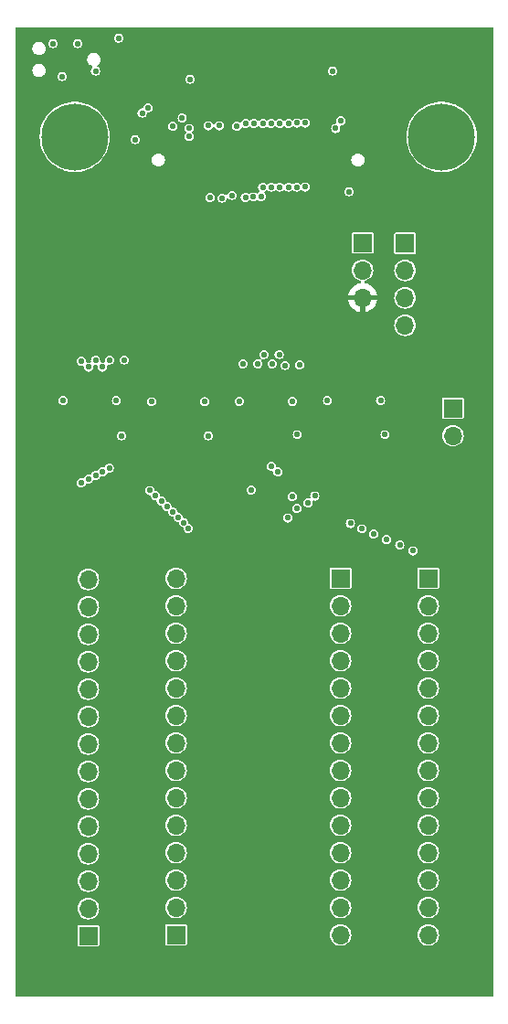
<source format=gbr>
%TF.GenerationSoftware,KiCad,Pcbnew,7.0.1*%
%TF.CreationDate,2023-09-03T17:39:20-04:00*%
%TF.ProjectId,syzygy-breakout-flash-LVL,73797a79-6779-42d6-9272-65616b6f7574,r1.0*%
%TF.SameCoordinates,PX66851e0PY4d70380*%
%TF.FileFunction,Copper,L3,Inr*%
%TF.FilePolarity,Positive*%
%FSLAX46Y46*%
G04 Gerber Fmt 4.6, Leading zero omitted, Abs format (unit mm)*
G04 Created by KiCad (PCBNEW 7.0.1) date 2023-09-03 17:39:20*
%MOMM*%
%LPD*%
G01*
G04 APERTURE LIST*
%TA.AperFunction,ComponentPad*%
%ADD10R,1.700000X1.700000*%
%TD*%
%TA.AperFunction,ComponentPad*%
%ADD11O,1.700000X1.700000*%
%TD*%
%TA.AperFunction,ComponentPad*%
%ADD12C,6.200000*%
%TD*%
%TA.AperFunction,ViaPad*%
%ADD13C,0.550000*%
%TD*%
G04 APERTURE END LIST*
D10*
X40534000Y-34427000D03*
D11*
X40534000Y-36967000D03*
D10*
X30120000Y-50180000D03*
D11*
X30120000Y-52720000D03*
X30120000Y-55260000D03*
X30120000Y-57800000D03*
X30120000Y-60340000D03*
X30120000Y-62880000D03*
X30120000Y-65420000D03*
X30120000Y-67960000D03*
X30120000Y-70500000D03*
X30120000Y-73040000D03*
X30120000Y-75580000D03*
X30120000Y-78120000D03*
X30120000Y-80660000D03*
X30120000Y-83200000D03*
D10*
X36089000Y-19130000D03*
D11*
X36089000Y-21670000D03*
X36089000Y-24210000D03*
X36089000Y-26750000D03*
D10*
X32159300Y-19102400D03*
D11*
X32159300Y-21642400D03*
X32159300Y-24182400D03*
D10*
X14877200Y-83200000D03*
D11*
X14877200Y-80660000D03*
X14877200Y-78120000D03*
X14877200Y-75580000D03*
X14877200Y-73040000D03*
X14877200Y-70500000D03*
X14877200Y-67960000D03*
X14877200Y-65420000D03*
X14877200Y-62880000D03*
X14877200Y-60340000D03*
X14877200Y-57800000D03*
X14877200Y-55260000D03*
X14877200Y-52720000D03*
X14877200Y-50180000D03*
D10*
X38248000Y-50180000D03*
D11*
X38248000Y-52720000D03*
X38248000Y-55260000D03*
X38248000Y-57800000D03*
X38248000Y-60340000D03*
X38248000Y-62880000D03*
X38248000Y-65420000D03*
X38248000Y-67960000D03*
X38248000Y-70500000D03*
X38248000Y-73040000D03*
X38248000Y-75580000D03*
X38248000Y-78120000D03*
X38248000Y-80660000D03*
X38248000Y-83200000D03*
D10*
X6749200Y-83290400D03*
D11*
X6749200Y-80750400D03*
X6749200Y-78210400D03*
X6749200Y-75670400D03*
X6749200Y-73130400D03*
X6749200Y-70590400D03*
X6749200Y-68050400D03*
X6749200Y-65510400D03*
X6749200Y-62970400D03*
X6749200Y-60430400D03*
X6749200Y-57890400D03*
X6749200Y-55350400D03*
X6749200Y-52810400D03*
X6749200Y-50270400D03*
D12*
X39482000Y-9286000D03*
X5482000Y-9286000D03*
D13*
X13454800Y-35494600D03*
X3548800Y-19993600D03*
X3450000Y-3698000D03*
X5885600Y-13897600D03*
X1313600Y-20196800D03*
X17772800Y-10189200D03*
X31844400Y-8512800D03*
X29710800Y-35494600D03*
X13610000Y-8541873D03*
X21582800Y-35494600D03*
X3350000Y-5000000D03*
X1110400Y-30356800D03*
X5530000Y-35494600D03*
X2634400Y-14558000D03*
X7936972Y-5476000D03*
X26837927Y-8742102D03*
X11731000Y-7083100D03*
X5736000Y-650000D03*
X4339000Y-3698000D03*
X11070000Y-9540000D03*
X15442000Y-7563700D03*
X18026800Y-14913600D03*
X21074800Y-30306000D03*
X14572400Y-8309600D03*
X16096400Y-8512800D03*
X19144400Y-14964400D03*
X22446400Y-30306000D03*
X16083500Y-9248415D03*
X23056000Y-29442400D03*
X20058800Y-14710400D03*
X16150000Y-3952000D03*
X17874400Y-8258800D03*
X21300535Y-14891065D03*
X23767200Y-30306000D03*
X18890400Y-8258800D03*
X24427600Y-29442400D03*
X22046105Y-14856695D03*
X20516000Y-8309600D03*
X22766275Y-14796925D03*
X21328800Y-8055600D03*
X22090800Y-8055600D03*
X22903600Y-13948400D03*
X6088800Y-30052000D03*
X22903600Y-8055600D03*
X23665600Y-8055600D03*
X6749200Y-30610800D03*
X24478400Y-13948400D03*
X7409600Y-30001200D03*
X24478400Y-8055600D03*
X25291200Y-13948400D03*
X8070000Y-30610800D03*
X25291200Y-8055600D03*
X26053200Y-13948400D03*
X8730400Y-29950400D03*
X26104000Y-8004800D03*
X26852563Y-13934963D03*
X10051200Y-29950400D03*
X26866000Y-8004800D03*
X28900800Y-33720800D03*
X20722000Y-33771600D03*
X17521600Y-33822400D03*
X12594000Y-33822400D03*
X4415200Y-33720800D03*
X25649600Y-33771600D03*
X33828400Y-33720800D03*
X9342800Y-33720800D03*
X23716400Y-13948400D03*
X30882000Y-14366000D03*
X29358000Y-3190000D03*
X7412000Y-3190000D03*
X36822800Y-47628800D03*
X35603600Y-47094800D03*
X34376636Y-46593300D03*
X33165200Y-46091800D03*
X32098400Y-45590300D03*
X31031600Y-45088800D03*
X25240400Y-44580800D03*
X24326000Y-40313600D03*
X26050935Y-43712965D03*
X23716400Y-39805600D03*
X25646800Y-42599600D03*
X27120000Y-43209200D03*
X27729600Y-42548800D03*
X21836800Y-41990000D03*
X12437990Y-42041300D03*
X12946800Y-42498500D03*
X13505600Y-43006000D03*
X14013600Y-43514000D03*
X14572400Y-44022000D03*
X15086400Y-44524000D03*
X15557645Y-45009369D03*
X15994800Y-45546000D03*
X6088800Y-41329600D03*
X6749200Y-40974000D03*
X7409600Y-40669200D03*
X8070000Y-40313600D03*
X8679600Y-39958000D03*
X26106800Y-36870400D03*
X9800000Y-36972000D03*
X17877000Y-36972000D03*
X34234800Y-36870400D03*
X9546000Y-142000D03*
X12265000Y-6610300D03*
X3450000Y-650000D03*
X24986400Y-30458400D03*
X29666500Y-8512800D03*
X30168000Y-7801600D03*
X26307200Y-30407600D03*
%TA.AperFunction,Conductor*%
G36*
X44218000Y856887D02*
G01*
X44263387Y811500D01*
X44280000Y749500D01*
X44280000Y-88790500D01*
X44263387Y-88852500D01*
X44218000Y-88897887D01*
X44156000Y-88914500D01*
X82000Y-88914500D01*
X20000Y-88897887D01*
X-25387Y-88852500D01*
X-42000Y-88790500D01*
X-42000Y-84155221D01*
X5748700Y-84155221D01*
X5757433Y-84199123D01*
X5790695Y-84248904D01*
X5840476Y-84282166D01*
X5840478Y-84282167D01*
X5873477Y-84288731D01*
X5884379Y-84290900D01*
X5884380Y-84290900D01*
X7614020Y-84290900D01*
X7614021Y-84290900D01*
X7622753Y-84289162D01*
X7657922Y-84282167D01*
X7707704Y-84248904D01*
X7740967Y-84199122D01*
X7749700Y-84155220D01*
X7749700Y-84064821D01*
X13876700Y-84064821D01*
X13885433Y-84108723D01*
X13918695Y-84158504D01*
X13968476Y-84191766D01*
X13968478Y-84191767D01*
X14001477Y-84198331D01*
X14012379Y-84200500D01*
X14012380Y-84200500D01*
X15742020Y-84200500D01*
X15742021Y-84200500D01*
X15750754Y-84198762D01*
X15785922Y-84191767D01*
X15835704Y-84158504D01*
X15868967Y-84108722D01*
X15877700Y-84064820D01*
X15877700Y-83199999D01*
X29114659Y-83199999D01*
X29133976Y-83396133D01*
X29191185Y-83584726D01*
X29191186Y-83584727D01*
X29284090Y-83758538D01*
X29409117Y-83910883D01*
X29561462Y-84035910D01*
X29735273Y-84128814D01*
X29923868Y-84186024D01*
X30120000Y-84205341D01*
X30316132Y-84186024D01*
X30504727Y-84128814D01*
X30678538Y-84035910D01*
X30830883Y-83910883D01*
X30955910Y-83758538D01*
X31048814Y-83584727D01*
X31106024Y-83396132D01*
X31125341Y-83200000D01*
X31125341Y-83199999D01*
X37242659Y-83199999D01*
X37261976Y-83396133D01*
X37319185Y-83584726D01*
X37319186Y-83584727D01*
X37412090Y-83758538D01*
X37537117Y-83910883D01*
X37689462Y-84035910D01*
X37863273Y-84128814D01*
X38051868Y-84186024D01*
X38248000Y-84205341D01*
X38444132Y-84186024D01*
X38632727Y-84128814D01*
X38806538Y-84035910D01*
X38958883Y-83910883D01*
X39083910Y-83758538D01*
X39176814Y-83584727D01*
X39234024Y-83396132D01*
X39253341Y-83200000D01*
X39234024Y-83003868D01*
X39176814Y-82815273D01*
X39083910Y-82641462D01*
X38958883Y-82489117D01*
X38806538Y-82364090D01*
X38752451Y-82335180D01*
X38632726Y-82271185D01*
X38444133Y-82213976D01*
X38248000Y-82194659D01*
X38051866Y-82213976D01*
X37863273Y-82271185D01*
X37689463Y-82364089D01*
X37537117Y-82489117D01*
X37412089Y-82641463D01*
X37319185Y-82815273D01*
X37261976Y-83003866D01*
X37242659Y-83199999D01*
X31125341Y-83199999D01*
X31106024Y-83003868D01*
X31048814Y-82815273D01*
X30955910Y-82641462D01*
X30830883Y-82489117D01*
X30678538Y-82364090D01*
X30624451Y-82335180D01*
X30504726Y-82271185D01*
X30316133Y-82213976D01*
X30120000Y-82194659D01*
X29923866Y-82213976D01*
X29735273Y-82271185D01*
X29561463Y-82364089D01*
X29409117Y-82489117D01*
X29284089Y-82641463D01*
X29191185Y-82815273D01*
X29133976Y-83003866D01*
X29114659Y-83199999D01*
X15877700Y-83199999D01*
X15877700Y-82335180D01*
X15868967Y-82291278D01*
X15868966Y-82291276D01*
X15835704Y-82241495D01*
X15785923Y-82208233D01*
X15742021Y-82199500D01*
X15742020Y-82199500D01*
X14012380Y-82199500D01*
X14012379Y-82199500D01*
X13968476Y-82208233D01*
X13918695Y-82241495D01*
X13885433Y-82291276D01*
X13876700Y-82335179D01*
X13876700Y-84064821D01*
X7749700Y-84064821D01*
X7749700Y-82425580D01*
X7740967Y-82381678D01*
X7740966Y-82381676D01*
X7707704Y-82331895D01*
X7657923Y-82298633D01*
X7614021Y-82289900D01*
X7614020Y-82289900D01*
X5884380Y-82289900D01*
X5884379Y-82289900D01*
X5840476Y-82298633D01*
X5790695Y-82331895D01*
X5757433Y-82381676D01*
X5748700Y-82425579D01*
X5748700Y-84155221D01*
X-42000Y-84155221D01*
X-42000Y-80750400D01*
X5743859Y-80750400D01*
X5763176Y-80946533D01*
X5820385Y-81135126D01*
X5820386Y-81135127D01*
X5913290Y-81308938D01*
X6038317Y-81461283D01*
X6190662Y-81586310D01*
X6364473Y-81679214D01*
X6553068Y-81736424D01*
X6749200Y-81755741D01*
X6945332Y-81736424D01*
X7133927Y-81679214D01*
X7307738Y-81586310D01*
X7460083Y-81461283D01*
X7585110Y-81308938D01*
X7678014Y-81135127D01*
X7735224Y-80946532D01*
X7754541Y-80750400D01*
X7745638Y-80660000D01*
X13871859Y-80660000D01*
X13891176Y-80856133D01*
X13948385Y-81044726D01*
X13948386Y-81044727D01*
X14041290Y-81218538D01*
X14166317Y-81370883D01*
X14318662Y-81495910D01*
X14492473Y-81588814D01*
X14681068Y-81646024D01*
X14877200Y-81665341D01*
X15073332Y-81646024D01*
X15261927Y-81588814D01*
X15435738Y-81495910D01*
X15588083Y-81370883D01*
X15713110Y-81218538D01*
X15806014Y-81044727D01*
X15863224Y-80856132D01*
X15882541Y-80660000D01*
X29114659Y-80660000D01*
X29133976Y-80856133D01*
X29191185Y-81044726D01*
X29191186Y-81044727D01*
X29284090Y-81218538D01*
X29409117Y-81370883D01*
X29561462Y-81495910D01*
X29735273Y-81588814D01*
X29923868Y-81646024D01*
X30120000Y-81665341D01*
X30316132Y-81646024D01*
X30504727Y-81588814D01*
X30678538Y-81495910D01*
X30830883Y-81370883D01*
X30955910Y-81218538D01*
X31048814Y-81044727D01*
X31106024Y-80856132D01*
X31125341Y-80660000D01*
X37242659Y-80660000D01*
X37261976Y-80856133D01*
X37319185Y-81044726D01*
X37319186Y-81044727D01*
X37412090Y-81218538D01*
X37537117Y-81370883D01*
X37689462Y-81495910D01*
X37863273Y-81588814D01*
X38051868Y-81646024D01*
X38248000Y-81665341D01*
X38444132Y-81646024D01*
X38632727Y-81588814D01*
X38806538Y-81495910D01*
X38958883Y-81370883D01*
X39083910Y-81218538D01*
X39176814Y-81044727D01*
X39234024Y-80856132D01*
X39253341Y-80660000D01*
X39234024Y-80463868D01*
X39176814Y-80275273D01*
X39083910Y-80101462D01*
X38958883Y-79949117D01*
X38806538Y-79824090D01*
X38784091Y-79812092D01*
X38632726Y-79731185D01*
X38444133Y-79673976D01*
X38346065Y-79664317D01*
X38248000Y-79654659D01*
X38247999Y-79654659D01*
X38051866Y-79673976D01*
X37863273Y-79731185D01*
X37689463Y-79824089D01*
X37537117Y-79949117D01*
X37412089Y-80101463D01*
X37319185Y-80275273D01*
X37261976Y-80463866D01*
X37242659Y-80660000D01*
X31125341Y-80660000D01*
X31106024Y-80463868D01*
X31048814Y-80275273D01*
X30955910Y-80101462D01*
X30830883Y-79949117D01*
X30678538Y-79824090D01*
X30656091Y-79812092D01*
X30504726Y-79731185D01*
X30316133Y-79673976D01*
X30218065Y-79664317D01*
X30120000Y-79654659D01*
X30119999Y-79654659D01*
X29923866Y-79673976D01*
X29735273Y-79731185D01*
X29561463Y-79824089D01*
X29409117Y-79949117D01*
X29284089Y-80101463D01*
X29191185Y-80275273D01*
X29133976Y-80463866D01*
X29114659Y-80660000D01*
X15882541Y-80660000D01*
X15863224Y-80463868D01*
X15806014Y-80275273D01*
X15713110Y-80101462D01*
X15588083Y-79949117D01*
X15435738Y-79824090D01*
X15413291Y-79812092D01*
X15261926Y-79731185D01*
X15073333Y-79673976D01*
X14975265Y-79664317D01*
X14877200Y-79654659D01*
X14877199Y-79654659D01*
X14681066Y-79673976D01*
X14492473Y-79731185D01*
X14318663Y-79824089D01*
X14166317Y-79949117D01*
X14041289Y-80101463D01*
X13948385Y-80275273D01*
X13891176Y-80463866D01*
X13871859Y-80660000D01*
X7745638Y-80660000D01*
X7735224Y-80554268D01*
X7678014Y-80365673D01*
X7585110Y-80191862D01*
X7460083Y-80039517D01*
X7307738Y-79914490D01*
X7138612Y-79824090D01*
X7133926Y-79821585D01*
X6945333Y-79764376D01*
X6847265Y-79754717D01*
X6749200Y-79745059D01*
X6749199Y-79745059D01*
X6553066Y-79764376D01*
X6364473Y-79821585D01*
X6190663Y-79914489D01*
X6038317Y-80039517D01*
X5913289Y-80191863D01*
X5820385Y-80365673D01*
X5763176Y-80554266D01*
X5743859Y-80750400D01*
X-42000Y-80750400D01*
X-42000Y-78210400D01*
X5743859Y-78210400D01*
X5763176Y-78406533D01*
X5820385Y-78595126D01*
X5820386Y-78595127D01*
X5913290Y-78768938D01*
X6038317Y-78921283D01*
X6190662Y-79046310D01*
X6364473Y-79139214D01*
X6553068Y-79196424D01*
X6749200Y-79215741D01*
X6945332Y-79196424D01*
X7133927Y-79139214D01*
X7307738Y-79046310D01*
X7460083Y-78921283D01*
X7585110Y-78768938D01*
X7678014Y-78595127D01*
X7735224Y-78406532D01*
X7754541Y-78210400D01*
X7745638Y-78120000D01*
X13871859Y-78120000D01*
X13891176Y-78316133D01*
X13948385Y-78504726D01*
X13948386Y-78504727D01*
X14041290Y-78678538D01*
X14166317Y-78830883D01*
X14318662Y-78955910D01*
X14492473Y-79048814D01*
X14681068Y-79106024D01*
X14877200Y-79125341D01*
X15073332Y-79106024D01*
X15261927Y-79048814D01*
X15435738Y-78955910D01*
X15588083Y-78830883D01*
X15713110Y-78678538D01*
X15806014Y-78504727D01*
X15863224Y-78316132D01*
X15882541Y-78120000D01*
X29114659Y-78120000D01*
X29133976Y-78316133D01*
X29191185Y-78504726D01*
X29191186Y-78504727D01*
X29284090Y-78678538D01*
X29409117Y-78830883D01*
X29561462Y-78955910D01*
X29735273Y-79048814D01*
X29923868Y-79106024D01*
X30120000Y-79125341D01*
X30316132Y-79106024D01*
X30504727Y-79048814D01*
X30678538Y-78955910D01*
X30830883Y-78830883D01*
X30955910Y-78678538D01*
X31048814Y-78504727D01*
X31106024Y-78316132D01*
X31125341Y-78120000D01*
X37242659Y-78120000D01*
X37261976Y-78316133D01*
X37319185Y-78504726D01*
X37319186Y-78504727D01*
X37412090Y-78678538D01*
X37537117Y-78830883D01*
X37689462Y-78955910D01*
X37863273Y-79048814D01*
X38051868Y-79106024D01*
X38248000Y-79125341D01*
X38444132Y-79106024D01*
X38632727Y-79048814D01*
X38806538Y-78955910D01*
X38958883Y-78830883D01*
X39083910Y-78678538D01*
X39176814Y-78504727D01*
X39234024Y-78316132D01*
X39253341Y-78120000D01*
X39234024Y-77923868D01*
X39176814Y-77735273D01*
X39083910Y-77561462D01*
X38958883Y-77409117D01*
X38806538Y-77284090D01*
X38784091Y-77272092D01*
X38632726Y-77191185D01*
X38444133Y-77133976D01*
X38248000Y-77114659D01*
X38051866Y-77133976D01*
X37863273Y-77191185D01*
X37689463Y-77284089D01*
X37537117Y-77409117D01*
X37412089Y-77561463D01*
X37319185Y-77735273D01*
X37261976Y-77923866D01*
X37242659Y-78120000D01*
X31125341Y-78120000D01*
X31106024Y-77923868D01*
X31048814Y-77735273D01*
X30955910Y-77561462D01*
X30830883Y-77409117D01*
X30678538Y-77284090D01*
X30656091Y-77272092D01*
X30504726Y-77191185D01*
X30316133Y-77133976D01*
X30120000Y-77114659D01*
X29923866Y-77133976D01*
X29735273Y-77191185D01*
X29561463Y-77284089D01*
X29409117Y-77409117D01*
X29284089Y-77561463D01*
X29191185Y-77735273D01*
X29133976Y-77923866D01*
X29114659Y-78120000D01*
X15882541Y-78120000D01*
X15863224Y-77923868D01*
X15806014Y-77735273D01*
X15713110Y-77561462D01*
X15588083Y-77409117D01*
X15435738Y-77284090D01*
X15413291Y-77272092D01*
X15261926Y-77191185D01*
X15073333Y-77133976D01*
X14877200Y-77114659D01*
X14681066Y-77133976D01*
X14492473Y-77191185D01*
X14318663Y-77284089D01*
X14166317Y-77409117D01*
X14041289Y-77561463D01*
X13948385Y-77735273D01*
X13891176Y-77923866D01*
X13871859Y-78120000D01*
X7745638Y-78120000D01*
X7735224Y-78014268D01*
X7678014Y-77825673D01*
X7585110Y-77651862D01*
X7460083Y-77499517D01*
X7307738Y-77374490D01*
X7138612Y-77284090D01*
X7133926Y-77281585D01*
X6945333Y-77224376D01*
X6749200Y-77205059D01*
X6553066Y-77224376D01*
X6364473Y-77281585D01*
X6190663Y-77374489D01*
X6038317Y-77499517D01*
X5913289Y-77651863D01*
X5820385Y-77825673D01*
X5763176Y-78014266D01*
X5743859Y-78210400D01*
X-42000Y-78210400D01*
X-42000Y-75670400D01*
X5743859Y-75670400D01*
X5763176Y-75866533D01*
X5820385Y-76055126D01*
X5820386Y-76055127D01*
X5913290Y-76228938D01*
X6038317Y-76381283D01*
X6190662Y-76506310D01*
X6364473Y-76599214D01*
X6553068Y-76656424D01*
X6749200Y-76675741D01*
X6945332Y-76656424D01*
X7133927Y-76599214D01*
X7307738Y-76506310D01*
X7460083Y-76381283D01*
X7585110Y-76228938D01*
X7678014Y-76055127D01*
X7735224Y-75866532D01*
X7754541Y-75670400D01*
X7745638Y-75580000D01*
X13871859Y-75580000D01*
X13891176Y-75776133D01*
X13948385Y-75964726D01*
X13948386Y-75964727D01*
X14041290Y-76138538D01*
X14166317Y-76290883D01*
X14318662Y-76415910D01*
X14492473Y-76508814D01*
X14681068Y-76566024D01*
X14877200Y-76585341D01*
X15073332Y-76566024D01*
X15261927Y-76508814D01*
X15435738Y-76415910D01*
X15588083Y-76290883D01*
X15713110Y-76138538D01*
X15806014Y-75964727D01*
X15863224Y-75776132D01*
X15882541Y-75580000D01*
X29114659Y-75580000D01*
X29133976Y-75776133D01*
X29191185Y-75964726D01*
X29191186Y-75964727D01*
X29284090Y-76138538D01*
X29409117Y-76290883D01*
X29561462Y-76415910D01*
X29735273Y-76508814D01*
X29923868Y-76566024D01*
X30120000Y-76585341D01*
X30316132Y-76566024D01*
X30504727Y-76508814D01*
X30678538Y-76415910D01*
X30830883Y-76290883D01*
X30955910Y-76138538D01*
X31048814Y-75964727D01*
X31106024Y-75776132D01*
X31125341Y-75580000D01*
X37242659Y-75580000D01*
X37261976Y-75776133D01*
X37319185Y-75964726D01*
X37319186Y-75964727D01*
X37412090Y-76138538D01*
X37537117Y-76290883D01*
X37689462Y-76415910D01*
X37863273Y-76508814D01*
X38051868Y-76566024D01*
X38248000Y-76585341D01*
X38444132Y-76566024D01*
X38632727Y-76508814D01*
X38806538Y-76415910D01*
X38958883Y-76290883D01*
X39083910Y-76138538D01*
X39176814Y-75964727D01*
X39234024Y-75776132D01*
X39253341Y-75580000D01*
X39234024Y-75383868D01*
X39176814Y-75195273D01*
X39083910Y-75021462D01*
X38958883Y-74869117D01*
X38806538Y-74744090D01*
X38784091Y-74732091D01*
X38632726Y-74651185D01*
X38444133Y-74593976D01*
X38248000Y-74574659D01*
X38051866Y-74593976D01*
X37863273Y-74651185D01*
X37689463Y-74744089D01*
X37537117Y-74869117D01*
X37412089Y-75021463D01*
X37319185Y-75195273D01*
X37261976Y-75383866D01*
X37242659Y-75580000D01*
X31125341Y-75580000D01*
X31106024Y-75383868D01*
X31048814Y-75195273D01*
X30955910Y-75021462D01*
X30830883Y-74869117D01*
X30678538Y-74744090D01*
X30656091Y-74732091D01*
X30504726Y-74651185D01*
X30316133Y-74593976D01*
X30120000Y-74574659D01*
X29923866Y-74593976D01*
X29735273Y-74651185D01*
X29561463Y-74744089D01*
X29409117Y-74869117D01*
X29284089Y-75021463D01*
X29191185Y-75195273D01*
X29133976Y-75383866D01*
X29114659Y-75580000D01*
X15882541Y-75580000D01*
X15863224Y-75383868D01*
X15806014Y-75195273D01*
X15713110Y-75021462D01*
X15588083Y-74869117D01*
X15435738Y-74744090D01*
X15413291Y-74732091D01*
X15261926Y-74651185D01*
X15073333Y-74593976D01*
X14877200Y-74574659D01*
X14681066Y-74593976D01*
X14492473Y-74651185D01*
X14318663Y-74744089D01*
X14166317Y-74869117D01*
X14041289Y-75021463D01*
X13948385Y-75195273D01*
X13891176Y-75383866D01*
X13871859Y-75580000D01*
X7745638Y-75580000D01*
X7735224Y-75474268D01*
X7678014Y-75285673D01*
X7585110Y-75111862D01*
X7460083Y-74959517D01*
X7307738Y-74834490D01*
X7138612Y-74744090D01*
X7133926Y-74741585D01*
X6945333Y-74684376D01*
X6749200Y-74665059D01*
X6553066Y-74684376D01*
X6364473Y-74741585D01*
X6190663Y-74834489D01*
X6038317Y-74959517D01*
X5913289Y-75111863D01*
X5820385Y-75285673D01*
X5763176Y-75474266D01*
X5743859Y-75670400D01*
X-42000Y-75670400D01*
X-42000Y-73130399D01*
X5743859Y-73130399D01*
X5763176Y-73326533D01*
X5820385Y-73515126D01*
X5820386Y-73515127D01*
X5913290Y-73688938D01*
X6038317Y-73841283D01*
X6190662Y-73966310D01*
X6364473Y-74059214D01*
X6553068Y-74116424D01*
X6749200Y-74135741D01*
X6945332Y-74116424D01*
X7133927Y-74059214D01*
X7307738Y-73966310D01*
X7460083Y-73841283D01*
X7585110Y-73688938D01*
X7678014Y-73515127D01*
X7735224Y-73326532D01*
X7754541Y-73130400D01*
X7745638Y-73040000D01*
X13871859Y-73040000D01*
X13891176Y-73236133D01*
X13948385Y-73424726D01*
X13948386Y-73424727D01*
X14041290Y-73598538D01*
X14166317Y-73750883D01*
X14318662Y-73875910D01*
X14492473Y-73968814D01*
X14681068Y-74026024D01*
X14877200Y-74045341D01*
X15073332Y-74026024D01*
X15261927Y-73968814D01*
X15435738Y-73875910D01*
X15588083Y-73750883D01*
X15713110Y-73598538D01*
X15806014Y-73424727D01*
X15863224Y-73236132D01*
X15882541Y-73040000D01*
X29114659Y-73040000D01*
X29133976Y-73236133D01*
X29191185Y-73424726D01*
X29191186Y-73424727D01*
X29284090Y-73598538D01*
X29409117Y-73750883D01*
X29561462Y-73875910D01*
X29735273Y-73968814D01*
X29923868Y-74026024D01*
X30120000Y-74045341D01*
X30316132Y-74026024D01*
X30504727Y-73968814D01*
X30678538Y-73875910D01*
X30830883Y-73750883D01*
X30955910Y-73598538D01*
X31048814Y-73424727D01*
X31106024Y-73236132D01*
X31125341Y-73040000D01*
X37242659Y-73040000D01*
X37261976Y-73236133D01*
X37319185Y-73424726D01*
X37319186Y-73424727D01*
X37412090Y-73598538D01*
X37537117Y-73750883D01*
X37689462Y-73875910D01*
X37863273Y-73968814D01*
X38051868Y-74026024D01*
X38248000Y-74045341D01*
X38444132Y-74026024D01*
X38632727Y-73968814D01*
X38806538Y-73875910D01*
X38958883Y-73750883D01*
X39083910Y-73598538D01*
X39176814Y-73424727D01*
X39234024Y-73236132D01*
X39253341Y-73040000D01*
X39234024Y-72843868D01*
X39176814Y-72655273D01*
X39083910Y-72481462D01*
X38958883Y-72329117D01*
X38806538Y-72204090D01*
X38784091Y-72192091D01*
X38632726Y-72111185D01*
X38444133Y-72053976D01*
X38346066Y-72044317D01*
X38248000Y-72034659D01*
X38247999Y-72034659D01*
X38051866Y-72053976D01*
X37863273Y-72111185D01*
X37689463Y-72204089D01*
X37537117Y-72329117D01*
X37412089Y-72481463D01*
X37319185Y-72655273D01*
X37261976Y-72843866D01*
X37242659Y-73040000D01*
X31125341Y-73040000D01*
X31106024Y-72843868D01*
X31048814Y-72655273D01*
X30955910Y-72481462D01*
X30830883Y-72329117D01*
X30678538Y-72204090D01*
X30656091Y-72192091D01*
X30504726Y-72111185D01*
X30316133Y-72053976D01*
X30218066Y-72044317D01*
X30120000Y-72034659D01*
X30119999Y-72034659D01*
X29923866Y-72053976D01*
X29735273Y-72111185D01*
X29561463Y-72204089D01*
X29409117Y-72329117D01*
X29284089Y-72481463D01*
X29191185Y-72655273D01*
X29133976Y-72843866D01*
X29114659Y-73040000D01*
X15882541Y-73040000D01*
X15863224Y-72843868D01*
X15806014Y-72655273D01*
X15713110Y-72481462D01*
X15588083Y-72329117D01*
X15435738Y-72204090D01*
X15413291Y-72192091D01*
X15261926Y-72111185D01*
X15073333Y-72053976D01*
X14975266Y-72044317D01*
X14877200Y-72034659D01*
X14877199Y-72034659D01*
X14681066Y-72053976D01*
X14492473Y-72111185D01*
X14318663Y-72204089D01*
X14166317Y-72329117D01*
X14041289Y-72481463D01*
X13948385Y-72655273D01*
X13891176Y-72843866D01*
X13871859Y-73040000D01*
X7745638Y-73040000D01*
X7735224Y-72934268D01*
X7678014Y-72745673D01*
X7585110Y-72571862D01*
X7460083Y-72419517D01*
X7307738Y-72294490D01*
X7138612Y-72204090D01*
X7133926Y-72201585D01*
X6945333Y-72144376D01*
X6749200Y-72125059D01*
X6553066Y-72144376D01*
X6364473Y-72201585D01*
X6190663Y-72294489D01*
X6038317Y-72419517D01*
X5913289Y-72571863D01*
X5820385Y-72745673D01*
X5763176Y-72934266D01*
X5743859Y-73130399D01*
X-42000Y-73130399D01*
X-42000Y-70590399D01*
X5743859Y-70590399D01*
X5763176Y-70786533D01*
X5820385Y-70975126D01*
X5820386Y-70975127D01*
X5913290Y-71148938D01*
X6038317Y-71301283D01*
X6190662Y-71426310D01*
X6364473Y-71519214D01*
X6553068Y-71576424D01*
X6749200Y-71595741D01*
X6945332Y-71576424D01*
X7133927Y-71519214D01*
X7307738Y-71426310D01*
X7460083Y-71301283D01*
X7585110Y-71148938D01*
X7678014Y-70975127D01*
X7735224Y-70786532D01*
X7754541Y-70590400D01*
X7745638Y-70500000D01*
X13871859Y-70500000D01*
X13891176Y-70696133D01*
X13948385Y-70884726D01*
X13948386Y-70884727D01*
X14041290Y-71058538D01*
X14166317Y-71210883D01*
X14318662Y-71335910D01*
X14492473Y-71428814D01*
X14681068Y-71486024D01*
X14877200Y-71505341D01*
X15073332Y-71486024D01*
X15261927Y-71428814D01*
X15435738Y-71335910D01*
X15588083Y-71210883D01*
X15713110Y-71058538D01*
X15806014Y-70884727D01*
X15863224Y-70696132D01*
X15882541Y-70500000D01*
X29114659Y-70500000D01*
X29133976Y-70696133D01*
X29191185Y-70884726D01*
X29191186Y-70884727D01*
X29284090Y-71058538D01*
X29409117Y-71210883D01*
X29561462Y-71335910D01*
X29735273Y-71428814D01*
X29923868Y-71486024D01*
X30120000Y-71505341D01*
X30316132Y-71486024D01*
X30504727Y-71428814D01*
X30678538Y-71335910D01*
X30830883Y-71210883D01*
X30955910Y-71058538D01*
X31048814Y-70884727D01*
X31106024Y-70696132D01*
X31125341Y-70500000D01*
X37242659Y-70500000D01*
X37261976Y-70696133D01*
X37319185Y-70884726D01*
X37319186Y-70884727D01*
X37412090Y-71058538D01*
X37537117Y-71210883D01*
X37689462Y-71335910D01*
X37863273Y-71428814D01*
X38051868Y-71486024D01*
X38248000Y-71505341D01*
X38444132Y-71486024D01*
X38632727Y-71428814D01*
X38806538Y-71335910D01*
X38958883Y-71210883D01*
X39083910Y-71058538D01*
X39176814Y-70884727D01*
X39234024Y-70696132D01*
X39253341Y-70500000D01*
X39234024Y-70303868D01*
X39176814Y-70115273D01*
X39083910Y-69941462D01*
X38958883Y-69789117D01*
X38806538Y-69664090D01*
X38784091Y-69652091D01*
X38632726Y-69571185D01*
X38444133Y-69513976D01*
X38248000Y-69494659D01*
X38051866Y-69513976D01*
X37863273Y-69571185D01*
X37689463Y-69664089D01*
X37537117Y-69789117D01*
X37412089Y-69941463D01*
X37319185Y-70115273D01*
X37261976Y-70303866D01*
X37242659Y-70500000D01*
X31125341Y-70500000D01*
X31106024Y-70303868D01*
X31048814Y-70115273D01*
X30955910Y-69941462D01*
X30830883Y-69789117D01*
X30678538Y-69664090D01*
X30656091Y-69652091D01*
X30504726Y-69571185D01*
X30316133Y-69513976D01*
X30120000Y-69494659D01*
X29923866Y-69513976D01*
X29735273Y-69571185D01*
X29561463Y-69664089D01*
X29409117Y-69789117D01*
X29284089Y-69941463D01*
X29191185Y-70115273D01*
X29133976Y-70303866D01*
X29114659Y-70500000D01*
X15882541Y-70500000D01*
X15863224Y-70303868D01*
X15806014Y-70115273D01*
X15713110Y-69941462D01*
X15588083Y-69789117D01*
X15435738Y-69664090D01*
X15413291Y-69652091D01*
X15261926Y-69571185D01*
X15073333Y-69513976D01*
X14877200Y-69494659D01*
X14681066Y-69513976D01*
X14492473Y-69571185D01*
X14318663Y-69664089D01*
X14166317Y-69789117D01*
X14041289Y-69941463D01*
X13948385Y-70115273D01*
X13891176Y-70303866D01*
X13871859Y-70500000D01*
X7745638Y-70500000D01*
X7735224Y-70394268D01*
X7678014Y-70205673D01*
X7585110Y-70031862D01*
X7460083Y-69879517D01*
X7307738Y-69754490D01*
X7138612Y-69664090D01*
X7133926Y-69661585D01*
X6945333Y-69604376D01*
X6749200Y-69585059D01*
X6553066Y-69604376D01*
X6364473Y-69661585D01*
X6190663Y-69754489D01*
X6038317Y-69879517D01*
X5913289Y-70031863D01*
X5820385Y-70205673D01*
X5763176Y-70394266D01*
X5743859Y-70590399D01*
X-42000Y-70590399D01*
X-42000Y-68050400D01*
X5743859Y-68050400D01*
X5763176Y-68246533D01*
X5820385Y-68435126D01*
X5820386Y-68435127D01*
X5913290Y-68608938D01*
X6038317Y-68761283D01*
X6190662Y-68886310D01*
X6364473Y-68979214D01*
X6553068Y-69036424D01*
X6749200Y-69055741D01*
X6945332Y-69036424D01*
X7133927Y-68979214D01*
X7307738Y-68886310D01*
X7460083Y-68761283D01*
X7585110Y-68608938D01*
X7678014Y-68435127D01*
X7735224Y-68246532D01*
X7754541Y-68050400D01*
X7745638Y-67960000D01*
X13871859Y-67960000D01*
X13891176Y-68156133D01*
X13948385Y-68344726D01*
X13948386Y-68344727D01*
X14041290Y-68518538D01*
X14166317Y-68670883D01*
X14318662Y-68795910D01*
X14492473Y-68888814D01*
X14681068Y-68946024D01*
X14877200Y-68965341D01*
X15073332Y-68946024D01*
X15261927Y-68888814D01*
X15435738Y-68795910D01*
X15588083Y-68670883D01*
X15713110Y-68518538D01*
X15806014Y-68344727D01*
X15863224Y-68156132D01*
X15882541Y-67960000D01*
X29114659Y-67960000D01*
X29133976Y-68156133D01*
X29191185Y-68344726D01*
X29191186Y-68344727D01*
X29284090Y-68518538D01*
X29409117Y-68670883D01*
X29561462Y-68795910D01*
X29735273Y-68888814D01*
X29923868Y-68946024D01*
X30120000Y-68965341D01*
X30316132Y-68946024D01*
X30504727Y-68888814D01*
X30678538Y-68795910D01*
X30830883Y-68670883D01*
X30955910Y-68518538D01*
X31048814Y-68344727D01*
X31106024Y-68156132D01*
X31125341Y-67960000D01*
X37242659Y-67960000D01*
X37261976Y-68156133D01*
X37319185Y-68344726D01*
X37319186Y-68344727D01*
X37412090Y-68518538D01*
X37537117Y-68670883D01*
X37689462Y-68795910D01*
X37863273Y-68888814D01*
X38051868Y-68946024D01*
X38248000Y-68965341D01*
X38444132Y-68946024D01*
X38632727Y-68888814D01*
X38806538Y-68795910D01*
X38958883Y-68670883D01*
X39083910Y-68518538D01*
X39176814Y-68344727D01*
X39234024Y-68156132D01*
X39253341Y-67960000D01*
X39234024Y-67763868D01*
X39176814Y-67575273D01*
X39083910Y-67401462D01*
X38958883Y-67249117D01*
X38806538Y-67124090D01*
X38784091Y-67112092D01*
X38632726Y-67031185D01*
X38444133Y-66973976D01*
X38248000Y-66954659D01*
X38051866Y-66973976D01*
X37863273Y-67031185D01*
X37689463Y-67124089D01*
X37537117Y-67249117D01*
X37412089Y-67401463D01*
X37319185Y-67575273D01*
X37261976Y-67763866D01*
X37242659Y-67960000D01*
X31125341Y-67960000D01*
X31106024Y-67763868D01*
X31048814Y-67575273D01*
X30955910Y-67401462D01*
X30830883Y-67249117D01*
X30678538Y-67124090D01*
X30656091Y-67112092D01*
X30504726Y-67031185D01*
X30316133Y-66973976D01*
X30120000Y-66954659D01*
X29923866Y-66973976D01*
X29735273Y-67031185D01*
X29561463Y-67124089D01*
X29409117Y-67249117D01*
X29284089Y-67401463D01*
X29191185Y-67575273D01*
X29133976Y-67763866D01*
X29114659Y-67960000D01*
X15882541Y-67960000D01*
X15863224Y-67763868D01*
X15806014Y-67575273D01*
X15713110Y-67401462D01*
X15588083Y-67249117D01*
X15435738Y-67124090D01*
X15413291Y-67112092D01*
X15261926Y-67031185D01*
X15073333Y-66973976D01*
X14877200Y-66954659D01*
X14681066Y-66973976D01*
X14492473Y-67031185D01*
X14318663Y-67124089D01*
X14166317Y-67249117D01*
X14041289Y-67401463D01*
X13948385Y-67575273D01*
X13891176Y-67763866D01*
X13871859Y-67960000D01*
X7745638Y-67960000D01*
X7735224Y-67854268D01*
X7678014Y-67665673D01*
X7585110Y-67491862D01*
X7460083Y-67339517D01*
X7307738Y-67214490D01*
X7138612Y-67124090D01*
X7133926Y-67121585D01*
X6945333Y-67064376D01*
X6749200Y-67045059D01*
X6553066Y-67064376D01*
X6364473Y-67121585D01*
X6190663Y-67214489D01*
X6038317Y-67339517D01*
X5913289Y-67491863D01*
X5820385Y-67665673D01*
X5763176Y-67854266D01*
X5743859Y-68050400D01*
X-42000Y-68050400D01*
X-42000Y-65510400D01*
X5743859Y-65510400D01*
X5763176Y-65706533D01*
X5820385Y-65895126D01*
X5820386Y-65895127D01*
X5913290Y-66068938D01*
X6038317Y-66221283D01*
X6190662Y-66346310D01*
X6364473Y-66439214D01*
X6553068Y-66496424D01*
X6749200Y-66515741D01*
X6945332Y-66496424D01*
X7133927Y-66439214D01*
X7307738Y-66346310D01*
X7460083Y-66221283D01*
X7585110Y-66068938D01*
X7678014Y-65895127D01*
X7735224Y-65706532D01*
X7754541Y-65510400D01*
X7745637Y-65419999D01*
X13871859Y-65419999D01*
X13891176Y-65616133D01*
X13948385Y-65804726D01*
X13948386Y-65804727D01*
X14041290Y-65978538D01*
X14166317Y-66130883D01*
X14318662Y-66255910D01*
X14492473Y-66348814D01*
X14681068Y-66406024D01*
X14877200Y-66425341D01*
X15073332Y-66406024D01*
X15261927Y-66348814D01*
X15435738Y-66255910D01*
X15588083Y-66130883D01*
X15713110Y-65978538D01*
X15806014Y-65804727D01*
X15863224Y-65616132D01*
X15882541Y-65420000D01*
X15882541Y-65419999D01*
X29114659Y-65419999D01*
X29133976Y-65616133D01*
X29191185Y-65804726D01*
X29191186Y-65804727D01*
X29284090Y-65978538D01*
X29409117Y-66130883D01*
X29561462Y-66255910D01*
X29735273Y-66348814D01*
X29923868Y-66406024D01*
X30120000Y-66425341D01*
X30316132Y-66406024D01*
X30504727Y-66348814D01*
X30678538Y-66255910D01*
X30830883Y-66130883D01*
X30955910Y-65978538D01*
X31048814Y-65804727D01*
X31106024Y-65616132D01*
X31125341Y-65420000D01*
X31125341Y-65419999D01*
X37242659Y-65419999D01*
X37261976Y-65616133D01*
X37319185Y-65804726D01*
X37319186Y-65804727D01*
X37412090Y-65978538D01*
X37537117Y-66130883D01*
X37689462Y-66255910D01*
X37863273Y-66348814D01*
X38051868Y-66406024D01*
X38248000Y-66425341D01*
X38444132Y-66406024D01*
X38632727Y-66348814D01*
X38806538Y-66255910D01*
X38958883Y-66130883D01*
X39083910Y-65978538D01*
X39176814Y-65804727D01*
X39234024Y-65616132D01*
X39253341Y-65420000D01*
X39234024Y-65223868D01*
X39176814Y-65035273D01*
X39083910Y-64861462D01*
X38958883Y-64709117D01*
X38806538Y-64584090D01*
X38784091Y-64572091D01*
X38632726Y-64491185D01*
X38444133Y-64433976D01*
X38248000Y-64414659D01*
X38051866Y-64433976D01*
X37863273Y-64491185D01*
X37689463Y-64584089D01*
X37537117Y-64709117D01*
X37412089Y-64861463D01*
X37319185Y-65035273D01*
X37261976Y-65223866D01*
X37242659Y-65419999D01*
X31125341Y-65419999D01*
X31106024Y-65223868D01*
X31048814Y-65035273D01*
X30955910Y-64861462D01*
X30830883Y-64709117D01*
X30678538Y-64584090D01*
X30656091Y-64572091D01*
X30504726Y-64491185D01*
X30316133Y-64433976D01*
X30120000Y-64414659D01*
X29923866Y-64433976D01*
X29735273Y-64491185D01*
X29561463Y-64584089D01*
X29409117Y-64709117D01*
X29284089Y-64861463D01*
X29191185Y-65035273D01*
X29133976Y-65223866D01*
X29114659Y-65419999D01*
X15882541Y-65419999D01*
X15863224Y-65223868D01*
X15806014Y-65035273D01*
X15713110Y-64861462D01*
X15588083Y-64709117D01*
X15435738Y-64584090D01*
X15413291Y-64572091D01*
X15261926Y-64491185D01*
X15073333Y-64433976D01*
X14877200Y-64414659D01*
X14681066Y-64433976D01*
X14492473Y-64491185D01*
X14318663Y-64584089D01*
X14166317Y-64709117D01*
X14041289Y-64861463D01*
X13948385Y-65035273D01*
X13891176Y-65223866D01*
X13871859Y-65419999D01*
X7745637Y-65419999D01*
X7735224Y-65314268D01*
X7678014Y-65125673D01*
X7585110Y-64951862D01*
X7460083Y-64799517D01*
X7307738Y-64674490D01*
X7138612Y-64584090D01*
X7133926Y-64581585D01*
X6945333Y-64524376D01*
X6749200Y-64505059D01*
X6553066Y-64524376D01*
X6364473Y-64581585D01*
X6190663Y-64674489D01*
X6038317Y-64799517D01*
X5913289Y-64951863D01*
X5820385Y-65125673D01*
X5763176Y-65314266D01*
X5743859Y-65510400D01*
X-42000Y-65510400D01*
X-42000Y-62970400D01*
X5743859Y-62970400D01*
X5763176Y-63166533D01*
X5820385Y-63355126D01*
X5820386Y-63355127D01*
X5913290Y-63528938D01*
X6038317Y-63681283D01*
X6190662Y-63806310D01*
X6364473Y-63899214D01*
X6553068Y-63956424D01*
X6749200Y-63975741D01*
X6945332Y-63956424D01*
X7133927Y-63899214D01*
X7307738Y-63806310D01*
X7460083Y-63681283D01*
X7585110Y-63528938D01*
X7678014Y-63355127D01*
X7735224Y-63166532D01*
X7754541Y-62970400D01*
X7745637Y-62879999D01*
X13871859Y-62879999D01*
X13891176Y-63076133D01*
X13948385Y-63264726D01*
X13948386Y-63264727D01*
X14041290Y-63438538D01*
X14166317Y-63590883D01*
X14318662Y-63715910D01*
X14492473Y-63808814D01*
X14681068Y-63866024D01*
X14877200Y-63885341D01*
X15073332Y-63866024D01*
X15261927Y-63808814D01*
X15435738Y-63715910D01*
X15588083Y-63590883D01*
X15713110Y-63438538D01*
X15806014Y-63264727D01*
X15863224Y-63076132D01*
X15882541Y-62880000D01*
X15882541Y-62879999D01*
X29114659Y-62879999D01*
X29133976Y-63076133D01*
X29191185Y-63264726D01*
X29191186Y-63264727D01*
X29284090Y-63438538D01*
X29409117Y-63590883D01*
X29561462Y-63715910D01*
X29735273Y-63808814D01*
X29923868Y-63866024D01*
X30120000Y-63885341D01*
X30316132Y-63866024D01*
X30504727Y-63808814D01*
X30678538Y-63715910D01*
X30830883Y-63590883D01*
X30955910Y-63438538D01*
X31048814Y-63264727D01*
X31106024Y-63076132D01*
X31125341Y-62880000D01*
X31125341Y-62879999D01*
X37242659Y-62879999D01*
X37261976Y-63076133D01*
X37319185Y-63264726D01*
X37319186Y-63264727D01*
X37412090Y-63438538D01*
X37537117Y-63590883D01*
X37689462Y-63715910D01*
X37863273Y-63808814D01*
X38051868Y-63866024D01*
X38248000Y-63885341D01*
X38444132Y-63866024D01*
X38632727Y-63808814D01*
X38806538Y-63715910D01*
X38958883Y-63590883D01*
X39083910Y-63438538D01*
X39176814Y-63264727D01*
X39234024Y-63076132D01*
X39253341Y-62880000D01*
X39234024Y-62683868D01*
X39176814Y-62495273D01*
X39083910Y-62321462D01*
X38958883Y-62169117D01*
X38806538Y-62044090D01*
X38784091Y-62032091D01*
X38632726Y-61951185D01*
X38444133Y-61893976D01*
X38248000Y-61874659D01*
X38051866Y-61893976D01*
X37863273Y-61951185D01*
X37689463Y-62044089D01*
X37537117Y-62169117D01*
X37412089Y-62321463D01*
X37319185Y-62495273D01*
X37261976Y-62683866D01*
X37242659Y-62879999D01*
X31125341Y-62879999D01*
X31106024Y-62683868D01*
X31048814Y-62495273D01*
X30955910Y-62321462D01*
X30830883Y-62169117D01*
X30678538Y-62044090D01*
X30656091Y-62032091D01*
X30504726Y-61951185D01*
X30316133Y-61893976D01*
X30120000Y-61874659D01*
X29923866Y-61893976D01*
X29735273Y-61951185D01*
X29561463Y-62044089D01*
X29409117Y-62169117D01*
X29284089Y-62321463D01*
X29191185Y-62495273D01*
X29133976Y-62683866D01*
X29114659Y-62879999D01*
X15882541Y-62879999D01*
X15863224Y-62683868D01*
X15806014Y-62495273D01*
X15713110Y-62321462D01*
X15588083Y-62169117D01*
X15435738Y-62044090D01*
X15413291Y-62032091D01*
X15261926Y-61951185D01*
X15073333Y-61893976D01*
X14877200Y-61874659D01*
X14681066Y-61893976D01*
X14492473Y-61951185D01*
X14318663Y-62044089D01*
X14166317Y-62169117D01*
X14041289Y-62321463D01*
X13948385Y-62495273D01*
X13891176Y-62683866D01*
X13871859Y-62879999D01*
X7745637Y-62879999D01*
X7735224Y-62774268D01*
X7678014Y-62585673D01*
X7585110Y-62411862D01*
X7460083Y-62259517D01*
X7307738Y-62134490D01*
X7138612Y-62044090D01*
X7133926Y-62041585D01*
X6945333Y-61984376D01*
X6749200Y-61965059D01*
X6553066Y-61984376D01*
X6364473Y-62041585D01*
X6190663Y-62134489D01*
X6038317Y-62259517D01*
X5913289Y-62411863D01*
X5820385Y-62585673D01*
X5763176Y-62774266D01*
X5743859Y-62970400D01*
X-42000Y-62970400D01*
X-42000Y-60430399D01*
X5743859Y-60430399D01*
X5763176Y-60626533D01*
X5820385Y-60815126D01*
X5820386Y-60815127D01*
X5913290Y-60988938D01*
X6038317Y-61141283D01*
X6190662Y-61266310D01*
X6364473Y-61359214D01*
X6553068Y-61416424D01*
X6749200Y-61435741D01*
X6945332Y-61416424D01*
X7133927Y-61359214D01*
X7307738Y-61266310D01*
X7460083Y-61141283D01*
X7585110Y-60988938D01*
X7678014Y-60815127D01*
X7735224Y-60626532D01*
X7754541Y-60430400D01*
X7745637Y-60339999D01*
X13871859Y-60339999D01*
X13891176Y-60536133D01*
X13948385Y-60724726D01*
X13948386Y-60724727D01*
X14041290Y-60898538D01*
X14166317Y-61050883D01*
X14318662Y-61175910D01*
X14492473Y-61268814D01*
X14681068Y-61326024D01*
X14877200Y-61345341D01*
X15073332Y-61326024D01*
X15261927Y-61268814D01*
X15435738Y-61175910D01*
X15588083Y-61050883D01*
X15713110Y-60898538D01*
X15806014Y-60724727D01*
X15863224Y-60536132D01*
X15882541Y-60340000D01*
X15882541Y-60339999D01*
X29114659Y-60339999D01*
X29133976Y-60536133D01*
X29191185Y-60724726D01*
X29191186Y-60724727D01*
X29284090Y-60898538D01*
X29409117Y-61050883D01*
X29561462Y-61175910D01*
X29735273Y-61268814D01*
X29923868Y-61326024D01*
X30120000Y-61345341D01*
X30316132Y-61326024D01*
X30504727Y-61268814D01*
X30678538Y-61175910D01*
X30830883Y-61050883D01*
X30955910Y-60898538D01*
X31048814Y-60724727D01*
X31106024Y-60536132D01*
X31125341Y-60340000D01*
X31125341Y-60339999D01*
X37242659Y-60339999D01*
X37261976Y-60536133D01*
X37319185Y-60724726D01*
X37319186Y-60724727D01*
X37412090Y-60898538D01*
X37537117Y-61050883D01*
X37689462Y-61175910D01*
X37863273Y-61268814D01*
X38051868Y-61326024D01*
X38248000Y-61345341D01*
X38444132Y-61326024D01*
X38632727Y-61268814D01*
X38806538Y-61175910D01*
X38958883Y-61050883D01*
X39083910Y-60898538D01*
X39176814Y-60724727D01*
X39234024Y-60536132D01*
X39253341Y-60340000D01*
X39234024Y-60143868D01*
X39176814Y-59955273D01*
X39083910Y-59781462D01*
X38958883Y-59629117D01*
X38806538Y-59504090D01*
X38784091Y-59492092D01*
X38632726Y-59411185D01*
X38444133Y-59353976D01*
X38248000Y-59334659D01*
X38051866Y-59353976D01*
X37863273Y-59411185D01*
X37689463Y-59504089D01*
X37537117Y-59629117D01*
X37412089Y-59781463D01*
X37319185Y-59955273D01*
X37261976Y-60143866D01*
X37242659Y-60339999D01*
X31125341Y-60339999D01*
X31106024Y-60143868D01*
X31048814Y-59955273D01*
X30955910Y-59781462D01*
X30830883Y-59629117D01*
X30678538Y-59504090D01*
X30656091Y-59492092D01*
X30504726Y-59411185D01*
X30316133Y-59353976D01*
X30120000Y-59334659D01*
X29923866Y-59353976D01*
X29735273Y-59411185D01*
X29561463Y-59504089D01*
X29409117Y-59629117D01*
X29284089Y-59781463D01*
X29191185Y-59955273D01*
X29133976Y-60143866D01*
X29114659Y-60339999D01*
X15882541Y-60339999D01*
X15863224Y-60143868D01*
X15806014Y-59955273D01*
X15713110Y-59781462D01*
X15588083Y-59629117D01*
X15435738Y-59504090D01*
X15413291Y-59492092D01*
X15261926Y-59411185D01*
X15073333Y-59353976D01*
X14877200Y-59334659D01*
X14681066Y-59353976D01*
X14492473Y-59411185D01*
X14318663Y-59504089D01*
X14166317Y-59629117D01*
X14041289Y-59781463D01*
X13948385Y-59955273D01*
X13891176Y-60143866D01*
X13871859Y-60339999D01*
X7745637Y-60339999D01*
X7735224Y-60234268D01*
X7678014Y-60045673D01*
X7585110Y-59871862D01*
X7460083Y-59719517D01*
X7307738Y-59594490D01*
X7138612Y-59504090D01*
X7133926Y-59501585D01*
X6945333Y-59444376D01*
X6749200Y-59425059D01*
X6553066Y-59444376D01*
X6364473Y-59501585D01*
X6190663Y-59594489D01*
X6038317Y-59719517D01*
X5913289Y-59871863D01*
X5820385Y-60045673D01*
X5763176Y-60234266D01*
X5743859Y-60430399D01*
X-42000Y-60430399D01*
X-42000Y-57890400D01*
X5743859Y-57890400D01*
X5763176Y-58086533D01*
X5820385Y-58275126D01*
X5820386Y-58275127D01*
X5913290Y-58448938D01*
X6038317Y-58601283D01*
X6190662Y-58726310D01*
X6364473Y-58819214D01*
X6553068Y-58876424D01*
X6749200Y-58895741D01*
X6945332Y-58876424D01*
X7133927Y-58819214D01*
X7307738Y-58726310D01*
X7460083Y-58601283D01*
X7585110Y-58448938D01*
X7678014Y-58275127D01*
X7735224Y-58086532D01*
X7754541Y-57890400D01*
X7745638Y-57800000D01*
X13871859Y-57800000D01*
X13891176Y-57996133D01*
X13948385Y-58184726D01*
X13948386Y-58184727D01*
X14041290Y-58358538D01*
X14166317Y-58510883D01*
X14318662Y-58635910D01*
X14492473Y-58728814D01*
X14681068Y-58786024D01*
X14877200Y-58805341D01*
X15073332Y-58786024D01*
X15261927Y-58728814D01*
X15435738Y-58635910D01*
X15588083Y-58510883D01*
X15713110Y-58358538D01*
X15806014Y-58184727D01*
X15863224Y-57996132D01*
X15882541Y-57800000D01*
X29114659Y-57800000D01*
X29133976Y-57996133D01*
X29191185Y-58184726D01*
X29191186Y-58184727D01*
X29284090Y-58358538D01*
X29409117Y-58510883D01*
X29561462Y-58635910D01*
X29735273Y-58728814D01*
X29923868Y-58786024D01*
X30120000Y-58805341D01*
X30316132Y-58786024D01*
X30504727Y-58728814D01*
X30678538Y-58635910D01*
X30830883Y-58510883D01*
X30955910Y-58358538D01*
X31048814Y-58184727D01*
X31106024Y-57996132D01*
X31125341Y-57800000D01*
X37242659Y-57800000D01*
X37261976Y-57996133D01*
X37319185Y-58184726D01*
X37319186Y-58184727D01*
X37412090Y-58358538D01*
X37537117Y-58510883D01*
X37689462Y-58635910D01*
X37863273Y-58728814D01*
X38051868Y-58786024D01*
X38248000Y-58805341D01*
X38444132Y-58786024D01*
X38632727Y-58728814D01*
X38806538Y-58635910D01*
X38958883Y-58510883D01*
X39083910Y-58358538D01*
X39176814Y-58184727D01*
X39234024Y-57996132D01*
X39253341Y-57800000D01*
X39234024Y-57603868D01*
X39176814Y-57415273D01*
X39083910Y-57241462D01*
X38958883Y-57089117D01*
X38806538Y-56964090D01*
X38784091Y-56952092D01*
X38632726Y-56871185D01*
X38444133Y-56813976D01*
X38248000Y-56794659D01*
X38051866Y-56813976D01*
X37863273Y-56871185D01*
X37689463Y-56964089D01*
X37537117Y-57089117D01*
X37412089Y-57241463D01*
X37319185Y-57415273D01*
X37261976Y-57603866D01*
X37242659Y-57800000D01*
X31125341Y-57800000D01*
X31106024Y-57603868D01*
X31048814Y-57415273D01*
X30955910Y-57241462D01*
X30830883Y-57089117D01*
X30678538Y-56964090D01*
X30656091Y-56952092D01*
X30504726Y-56871185D01*
X30316133Y-56813976D01*
X30120000Y-56794659D01*
X29923866Y-56813976D01*
X29735273Y-56871185D01*
X29561463Y-56964089D01*
X29409117Y-57089117D01*
X29284089Y-57241463D01*
X29191185Y-57415273D01*
X29133976Y-57603866D01*
X29114659Y-57800000D01*
X15882541Y-57800000D01*
X15863224Y-57603868D01*
X15806014Y-57415273D01*
X15713110Y-57241462D01*
X15588083Y-57089117D01*
X15435738Y-56964090D01*
X15413291Y-56952092D01*
X15261926Y-56871185D01*
X15073333Y-56813976D01*
X14877200Y-56794659D01*
X14681066Y-56813976D01*
X14492473Y-56871185D01*
X14318663Y-56964089D01*
X14166317Y-57089117D01*
X14041289Y-57241463D01*
X13948385Y-57415273D01*
X13891176Y-57603866D01*
X13871859Y-57800000D01*
X7745638Y-57800000D01*
X7735224Y-57694268D01*
X7678014Y-57505673D01*
X7585110Y-57331862D01*
X7460083Y-57179517D01*
X7307738Y-57054490D01*
X7138612Y-56964090D01*
X7133926Y-56961585D01*
X6945333Y-56904376D01*
X6749200Y-56885059D01*
X6553066Y-56904376D01*
X6364473Y-56961585D01*
X6190663Y-57054489D01*
X6038317Y-57179517D01*
X5913289Y-57331863D01*
X5820385Y-57505673D01*
X5763176Y-57694266D01*
X5743859Y-57890400D01*
X-42000Y-57890400D01*
X-42000Y-55350400D01*
X5743859Y-55350400D01*
X5763176Y-55546533D01*
X5820385Y-55735126D01*
X5820386Y-55735127D01*
X5913290Y-55908938D01*
X6038317Y-56061283D01*
X6190662Y-56186310D01*
X6364473Y-56279214D01*
X6553068Y-56336424D01*
X6749200Y-56355741D01*
X6945332Y-56336424D01*
X7133927Y-56279214D01*
X7307738Y-56186310D01*
X7460083Y-56061283D01*
X7585110Y-55908938D01*
X7678014Y-55735127D01*
X7735224Y-55546532D01*
X7754541Y-55350400D01*
X7745638Y-55260000D01*
X13871859Y-55260000D01*
X13891176Y-55456133D01*
X13948385Y-55644726D01*
X13948386Y-55644727D01*
X14041290Y-55818538D01*
X14166317Y-55970883D01*
X14318662Y-56095910D01*
X14492473Y-56188814D01*
X14681068Y-56246024D01*
X14877200Y-56265341D01*
X15073332Y-56246024D01*
X15261927Y-56188814D01*
X15435738Y-56095910D01*
X15588083Y-55970883D01*
X15713110Y-55818538D01*
X15806014Y-55644727D01*
X15863224Y-55456132D01*
X15882541Y-55260000D01*
X29114659Y-55260000D01*
X29133976Y-55456133D01*
X29191185Y-55644726D01*
X29191186Y-55644727D01*
X29284090Y-55818538D01*
X29409117Y-55970883D01*
X29561462Y-56095910D01*
X29735273Y-56188814D01*
X29923868Y-56246024D01*
X30120000Y-56265341D01*
X30316132Y-56246024D01*
X30504727Y-56188814D01*
X30678538Y-56095910D01*
X30830883Y-55970883D01*
X30955910Y-55818538D01*
X31048814Y-55644727D01*
X31106024Y-55456132D01*
X31125341Y-55260000D01*
X37242659Y-55260000D01*
X37261976Y-55456133D01*
X37319185Y-55644726D01*
X37319186Y-55644727D01*
X37412090Y-55818538D01*
X37537117Y-55970883D01*
X37689462Y-56095910D01*
X37863273Y-56188814D01*
X38051868Y-56246024D01*
X38248000Y-56265341D01*
X38444132Y-56246024D01*
X38632727Y-56188814D01*
X38806538Y-56095910D01*
X38958883Y-55970883D01*
X39083910Y-55818538D01*
X39176814Y-55644727D01*
X39234024Y-55456132D01*
X39253341Y-55260000D01*
X39234024Y-55063868D01*
X39176814Y-54875273D01*
X39083910Y-54701462D01*
X38958883Y-54549117D01*
X38806538Y-54424090D01*
X38784091Y-54412092D01*
X38632726Y-54331185D01*
X38444133Y-54273976D01*
X38248000Y-54254659D01*
X38051866Y-54273976D01*
X37863273Y-54331185D01*
X37689463Y-54424089D01*
X37537117Y-54549117D01*
X37412089Y-54701463D01*
X37319185Y-54875273D01*
X37261976Y-55063866D01*
X37242659Y-55260000D01*
X31125341Y-55260000D01*
X31106024Y-55063868D01*
X31048814Y-54875273D01*
X30955910Y-54701462D01*
X30830883Y-54549117D01*
X30678538Y-54424090D01*
X30656091Y-54412092D01*
X30504726Y-54331185D01*
X30316133Y-54273976D01*
X30120000Y-54254659D01*
X29923866Y-54273976D01*
X29735273Y-54331185D01*
X29561463Y-54424089D01*
X29409117Y-54549117D01*
X29284089Y-54701463D01*
X29191185Y-54875273D01*
X29133976Y-55063866D01*
X29114659Y-55260000D01*
X15882541Y-55260000D01*
X15863224Y-55063868D01*
X15806014Y-54875273D01*
X15713110Y-54701462D01*
X15588083Y-54549117D01*
X15435738Y-54424090D01*
X15413291Y-54412092D01*
X15261926Y-54331185D01*
X15073333Y-54273976D01*
X14877200Y-54254659D01*
X14681066Y-54273976D01*
X14492473Y-54331185D01*
X14318663Y-54424089D01*
X14166317Y-54549117D01*
X14041289Y-54701463D01*
X13948385Y-54875273D01*
X13891176Y-55063866D01*
X13871859Y-55260000D01*
X7745638Y-55260000D01*
X7735224Y-55154268D01*
X7678014Y-54965673D01*
X7585110Y-54791862D01*
X7460083Y-54639517D01*
X7307738Y-54514490D01*
X7138612Y-54424090D01*
X7133926Y-54421585D01*
X6945333Y-54364376D01*
X6749200Y-54345059D01*
X6553066Y-54364376D01*
X6364473Y-54421585D01*
X6190663Y-54514489D01*
X6038317Y-54639517D01*
X5913289Y-54791863D01*
X5820385Y-54965673D01*
X5763176Y-55154266D01*
X5743859Y-55350400D01*
X-42000Y-55350400D01*
X-42000Y-52810400D01*
X5743859Y-52810400D01*
X5763176Y-53006533D01*
X5820385Y-53195126D01*
X5820386Y-53195127D01*
X5913290Y-53368938D01*
X6038317Y-53521283D01*
X6190662Y-53646310D01*
X6364473Y-53739214D01*
X6553068Y-53796424D01*
X6749200Y-53815741D01*
X6945332Y-53796424D01*
X7133927Y-53739214D01*
X7307738Y-53646310D01*
X7460083Y-53521283D01*
X7585110Y-53368938D01*
X7678014Y-53195127D01*
X7735224Y-53006532D01*
X7754541Y-52810400D01*
X7745637Y-52719999D01*
X13871859Y-52719999D01*
X13891176Y-52916133D01*
X13948385Y-53104726D01*
X13948386Y-53104727D01*
X14041290Y-53278538D01*
X14166317Y-53430883D01*
X14318662Y-53555910D01*
X14492473Y-53648814D01*
X14681068Y-53706024D01*
X14877200Y-53725341D01*
X15073332Y-53706024D01*
X15261927Y-53648814D01*
X15435738Y-53555910D01*
X15588083Y-53430883D01*
X15713110Y-53278538D01*
X15806014Y-53104727D01*
X15863224Y-52916132D01*
X15882541Y-52720000D01*
X15882541Y-52719999D01*
X29114659Y-52719999D01*
X29133976Y-52916133D01*
X29191185Y-53104726D01*
X29191186Y-53104727D01*
X29284090Y-53278538D01*
X29409117Y-53430883D01*
X29561462Y-53555910D01*
X29735273Y-53648814D01*
X29923868Y-53706024D01*
X30120000Y-53725341D01*
X30316132Y-53706024D01*
X30504727Y-53648814D01*
X30678538Y-53555910D01*
X30830883Y-53430883D01*
X30955910Y-53278538D01*
X31048814Y-53104727D01*
X31106024Y-52916132D01*
X31125341Y-52720000D01*
X31125341Y-52719999D01*
X37242659Y-52719999D01*
X37261976Y-52916133D01*
X37319185Y-53104726D01*
X37319186Y-53104727D01*
X37412090Y-53278538D01*
X37537117Y-53430883D01*
X37689462Y-53555910D01*
X37863273Y-53648814D01*
X38051868Y-53706024D01*
X38248000Y-53725341D01*
X38444132Y-53706024D01*
X38632727Y-53648814D01*
X38806538Y-53555910D01*
X38958883Y-53430883D01*
X39083910Y-53278538D01*
X39176814Y-53104727D01*
X39234024Y-52916132D01*
X39253341Y-52720000D01*
X39234024Y-52523868D01*
X39176814Y-52335273D01*
X39083910Y-52161462D01*
X38958883Y-52009117D01*
X38806538Y-51884090D01*
X38784091Y-51872091D01*
X38632726Y-51791185D01*
X38444133Y-51733976D01*
X38248000Y-51714659D01*
X38051866Y-51733976D01*
X37863273Y-51791185D01*
X37689463Y-51884089D01*
X37537117Y-52009117D01*
X37412089Y-52161463D01*
X37319185Y-52335273D01*
X37261976Y-52523866D01*
X37242659Y-52719999D01*
X31125341Y-52719999D01*
X31106024Y-52523868D01*
X31048814Y-52335273D01*
X30955910Y-52161462D01*
X30830883Y-52009117D01*
X30678538Y-51884090D01*
X30656091Y-51872091D01*
X30504726Y-51791185D01*
X30316133Y-51733976D01*
X30120000Y-51714659D01*
X29923866Y-51733976D01*
X29735273Y-51791185D01*
X29561463Y-51884089D01*
X29409117Y-52009117D01*
X29284089Y-52161463D01*
X29191185Y-52335273D01*
X29133976Y-52523866D01*
X29114659Y-52719999D01*
X15882541Y-52719999D01*
X15863224Y-52523868D01*
X15806014Y-52335273D01*
X15713110Y-52161462D01*
X15588083Y-52009117D01*
X15435738Y-51884090D01*
X15413291Y-51872091D01*
X15261926Y-51791185D01*
X15073333Y-51733976D01*
X14877200Y-51714659D01*
X14681066Y-51733976D01*
X14492473Y-51791185D01*
X14318663Y-51884089D01*
X14166317Y-52009117D01*
X14041289Y-52161463D01*
X13948385Y-52335273D01*
X13891176Y-52523866D01*
X13871859Y-52719999D01*
X7745637Y-52719999D01*
X7735224Y-52614268D01*
X7678014Y-52425673D01*
X7585110Y-52251862D01*
X7460083Y-52099517D01*
X7307738Y-51974490D01*
X7138612Y-51884090D01*
X7133926Y-51881585D01*
X6945333Y-51824376D01*
X6749200Y-51805059D01*
X6553066Y-51824376D01*
X6364473Y-51881585D01*
X6190663Y-51974489D01*
X6038317Y-52099517D01*
X5913289Y-52251863D01*
X5820385Y-52425673D01*
X5763176Y-52614266D01*
X5743859Y-52810400D01*
X-42000Y-52810400D01*
X-42000Y-50270399D01*
X5743859Y-50270399D01*
X5763176Y-50466533D01*
X5820385Y-50655126D01*
X5820386Y-50655127D01*
X5913290Y-50828938D01*
X6038317Y-50981283D01*
X6190662Y-51106310D01*
X6364473Y-51199214D01*
X6553068Y-51256424D01*
X6749200Y-51275741D01*
X6945332Y-51256424D01*
X7133927Y-51199214D01*
X7307738Y-51106310D01*
X7460083Y-50981283D01*
X7585110Y-50828938D01*
X7678014Y-50655127D01*
X7735224Y-50466532D01*
X7754541Y-50270400D01*
X7745638Y-50180000D01*
X13871859Y-50180000D01*
X13891176Y-50376133D01*
X13948385Y-50564726D01*
X13948386Y-50564727D01*
X14041290Y-50738538D01*
X14166317Y-50890883D01*
X14318662Y-51015910D01*
X14492473Y-51108814D01*
X14681068Y-51166024D01*
X14877200Y-51185341D01*
X15073332Y-51166024D01*
X15261927Y-51108814D01*
X15381649Y-51044821D01*
X29119500Y-51044821D01*
X29128233Y-51088723D01*
X29161495Y-51138504D01*
X29211276Y-51171766D01*
X29211278Y-51171767D01*
X29244277Y-51178331D01*
X29255179Y-51180500D01*
X29255180Y-51180500D01*
X30984820Y-51180500D01*
X30984821Y-51180500D01*
X30993553Y-51178762D01*
X31028722Y-51171767D01*
X31078504Y-51138504D01*
X31111767Y-51088722D01*
X31120500Y-51044821D01*
X37247500Y-51044821D01*
X37256233Y-51088723D01*
X37289495Y-51138504D01*
X37339276Y-51171766D01*
X37339278Y-51171767D01*
X37372277Y-51178331D01*
X37383179Y-51180500D01*
X37383180Y-51180500D01*
X39112820Y-51180500D01*
X39112821Y-51180500D01*
X39121553Y-51178762D01*
X39156722Y-51171767D01*
X39206504Y-51138504D01*
X39239767Y-51088722D01*
X39248500Y-51044820D01*
X39248500Y-49315180D01*
X39239767Y-49271278D01*
X39235612Y-49265059D01*
X39206504Y-49221495D01*
X39156723Y-49188233D01*
X39112821Y-49179500D01*
X39112820Y-49179500D01*
X37383180Y-49179500D01*
X37383179Y-49179500D01*
X37339276Y-49188233D01*
X37289495Y-49221495D01*
X37256233Y-49271276D01*
X37247500Y-49315179D01*
X37247500Y-51044821D01*
X31120500Y-51044821D01*
X31120500Y-51044820D01*
X31120500Y-49315180D01*
X31111767Y-49271278D01*
X31107612Y-49265059D01*
X31078504Y-49221495D01*
X31028723Y-49188233D01*
X30984821Y-49179500D01*
X30984820Y-49179500D01*
X29255180Y-49179500D01*
X29255179Y-49179500D01*
X29211276Y-49188233D01*
X29161495Y-49221495D01*
X29128233Y-49271276D01*
X29119500Y-49315179D01*
X29119500Y-51044821D01*
X15381649Y-51044821D01*
X15435738Y-51015910D01*
X15588083Y-50890883D01*
X15713110Y-50738538D01*
X15806014Y-50564727D01*
X15863224Y-50376132D01*
X15882541Y-50180000D01*
X15863224Y-49983868D01*
X15806014Y-49795273D01*
X15713110Y-49621462D01*
X15588083Y-49469117D01*
X15435738Y-49344090D01*
X15381651Y-49315180D01*
X15261926Y-49251185D01*
X15073333Y-49193976D01*
X14877200Y-49174659D01*
X14681066Y-49193976D01*
X14492473Y-49251185D01*
X14318663Y-49344089D01*
X14166317Y-49469117D01*
X14041289Y-49621463D01*
X13948385Y-49795273D01*
X13891176Y-49983866D01*
X13871859Y-50180000D01*
X7745638Y-50180000D01*
X7735224Y-50074268D01*
X7678014Y-49885673D01*
X7585110Y-49711862D01*
X7460083Y-49559517D01*
X7307738Y-49434490D01*
X7138612Y-49344090D01*
X7133926Y-49341585D01*
X6945333Y-49284376D01*
X6749200Y-49265059D01*
X6553066Y-49284376D01*
X6364473Y-49341585D01*
X6190663Y-49434489D01*
X6038317Y-49559517D01*
X5913289Y-49711863D01*
X5820385Y-49885673D01*
X5763176Y-50074266D01*
X5743859Y-50270399D01*
X-42000Y-50270399D01*
X-42000Y-47628800D01*
X36391995Y-47628800D01*
X36413080Y-47761924D01*
X36474272Y-47882021D01*
X36569578Y-47977327D01*
X36569580Y-47977328D01*
X36689674Y-48038519D01*
X36822800Y-48059604D01*
X36955926Y-48038519D01*
X37076020Y-47977328D01*
X37171328Y-47882020D01*
X37232519Y-47761926D01*
X37253604Y-47628800D01*
X37232519Y-47495674D01*
X37171328Y-47375580D01*
X37171327Y-47375578D01*
X37076021Y-47280272D01*
X36955924Y-47219080D01*
X36822800Y-47197995D01*
X36689675Y-47219080D01*
X36569578Y-47280272D01*
X36474272Y-47375578D01*
X36413080Y-47495675D01*
X36391995Y-47628800D01*
X-42000Y-47628800D01*
X-42000Y-47094800D01*
X35172795Y-47094800D01*
X35193880Y-47227924D01*
X35255072Y-47348021D01*
X35350378Y-47443327D01*
X35350380Y-47443328D01*
X35470474Y-47504519D01*
X35603600Y-47525604D01*
X35736726Y-47504519D01*
X35856820Y-47443328D01*
X35952128Y-47348020D01*
X36013319Y-47227926D01*
X36034404Y-47094800D01*
X36013319Y-46961674D01*
X35952128Y-46841580D01*
X35952127Y-46841578D01*
X35856821Y-46746272D01*
X35736724Y-46685080D01*
X35603600Y-46663995D01*
X35470475Y-46685080D01*
X35350378Y-46746272D01*
X35255072Y-46841578D01*
X35193880Y-46961675D01*
X35172795Y-47094800D01*
X-42000Y-47094800D01*
X-42000Y-46593300D01*
X33945831Y-46593300D01*
X33966916Y-46726424D01*
X34028108Y-46846521D01*
X34123414Y-46941827D01*
X34123416Y-46941828D01*
X34243510Y-47003019D01*
X34376636Y-47024104D01*
X34509762Y-47003019D01*
X34629856Y-46941828D01*
X34725164Y-46846520D01*
X34786355Y-46726426D01*
X34807440Y-46593300D01*
X34786355Y-46460174D01*
X34725164Y-46340080D01*
X34725163Y-46340078D01*
X34629857Y-46244772D01*
X34509760Y-46183580D01*
X34376636Y-46162495D01*
X34243511Y-46183580D01*
X34123414Y-46244772D01*
X34028108Y-46340078D01*
X33966916Y-46460175D01*
X33945831Y-46593300D01*
X-42000Y-46593300D01*
X-42000Y-46091799D01*
X32734395Y-46091799D01*
X32755480Y-46224924D01*
X32816672Y-46345021D01*
X32911978Y-46440327D01*
X32911980Y-46440328D01*
X33032074Y-46501519D01*
X33165200Y-46522604D01*
X33298326Y-46501519D01*
X33418420Y-46440328D01*
X33513728Y-46345020D01*
X33574919Y-46224926D01*
X33596004Y-46091800D01*
X33574919Y-45958674D01*
X33513728Y-45838580D01*
X33513727Y-45838578D01*
X33418421Y-45743272D01*
X33298324Y-45682080D01*
X33165200Y-45660995D01*
X33032075Y-45682080D01*
X32911978Y-45743272D01*
X32816672Y-45838578D01*
X32755480Y-45958675D01*
X32734395Y-46091799D01*
X-42000Y-46091799D01*
X-42000Y-42041299D01*
X12007185Y-42041299D01*
X12028270Y-42174424D01*
X12089462Y-42294521D01*
X12184768Y-42389827D01*
X12184770Y-42389828D01*
X12304864Y-42451019D01*
X12402450Y-42466475D01*
X12424731Y-42470004D01*
X12472869Y-42488481D01*
X12509329Y-42524941D01*
X12527807Y-42573078D01*
X12537080Y-42631624D01*
X12598272Y-42751721D01*
X12693578Y-42847027D01*
X12693580Y-42847028D01*
X12813674Y-42908219D01*
X12842790Y-42912830D01*
X12966198Y-42932377D01*
X12965970Y-42933812D01*
X13001173Y-42937512D01*
X13053102Y-42975239D01*
X13079210Y-43033877D01*
X13095880Y-43139124D01*
X13157072Y-43259221D01*
X13252378Y-43354527D01*
X13252380Y-43354528D01*
X13372474Y-43415719D01*
X13395293Y-43419333D01*
X13483258Y-43433266D01*
X13531395Y-43451744D01*
X13567855Y-43488203D01*
X13586333Y-43536340D01*
X13603880Y-43647124D01*
X13665072Y-43767221D01*
X13760378Y-43862527D01*
X13760380Y-43862528D01*
X13880474Y-43923719D01*
X13909590Y-43928330D01*
X14032998Y-43947877D01*
X14032767Y-43949331D01*
X14067895Y-43953023D01*
X14119825Y-43990751D01*
X14145933Y-44049389D01*
X14162680Y-44155124D01*
X14223872Y-44275221D01*
X14319178Y-44370527D01*
X14319180Y-44370528D01*
X14439274Y-44431719D01*
X14475496Y-44437456D01*
X14557188Y-44450395D01*
X14605325Y-44468873D01*
X14641785Y-44505333D01*
X14660263Y-44553470D01*
X14676680Y-44657124D01*
X14737872Y-44777221D01*
X14833178Y-44872527D01*
X14833180Y-44872528D01*
X14953274Y-44933719D01*
X14972918Y-44936830D01*
X15030034Y-44945877D01*
X15078171Y-44964355D01*
X15114631Y-45000814D01*
X15133109Y-45048951D01*
X15147925Y-45142493D01*
X15209117Y-45262590D01*
X15304423Y-45357896D01*
X15304425Y-45357897D01*
X15424519Y-45419088D01*
X15457986Y-45424388D01*
X15506120Y-45442865D01*
X15542581Y-45479325D01*
X15561059Y-45527463D01*
X15585080Y-45679124D01*
X15646272Y-45799221D01*
X15741578Y-45894527D01*
X15741580Y-45894528D01*
X15861674Y-45955719D01*
X15994800Y-45976804D01*
X16127926Y-45955719D01*
X16248020Y-45894528D01*
X16343328Y-45799220D01*
X16404519Y-45679126D01*
X16418588Y-45590300D01*
X31667595Y-45590300D01*
X31688680Y-45723424D01*
X31749872Y-45843521D01*
X31845178Y-45938827D01*
X31845180Y-45938828D01*
X31965274Y-46000019D01*
X32098400Y-46021104D01*
X32231526Y-46000019D01*
X32351620Y-45938828D01*
X32446928Y-45843520D01*
X32508119Y-45723426D01*
X32529204Y-45590300D01*
X32508119Y-45457174D01*
X32446928Y-45337080D01*
X32446927Y-45337078D01*
X32351621Y-45241772D01*
X32231524Y-45180580D01*
X32098400Y-45159495D01*
X31965275Y-45180580D01*
X31845178Y-45241772D01*
X31749872Y-45337078D01*
X31688680Y-45457175D01*
X31667595Y-45590300D01*
X16418588Y-45590300D01*
X16425604Y-45546000D01*
X16404519Y-45412874D01*
X16343328Y-45292780D01*
X16343327Y-45292778D01*
X16248021Y-45197472D01*
X16127924Y-45136280D01*
X16094460Y-45130980D01*
X16046323Y-45112502D01*
X16022621Y-45088800D01*
X30600795Y-45088800D01*
X30621880Y-45221924D01*
X30683072Y-45342021D01*
X30778378Y-45437327D01*
X30778380Y-45437328D01*
X30898474Y-45498519D01*
X31031600Y-45519604D01*
X31164726Y-45498519D01*
X31284820Y-45437328D01*
X31380128Y-45342020D01*
X31441319Y-45221926D01*
X31462404Y-45088800D01*
X31441319Y-44955674D01*
X31380128Y-44835580D01*
X31380127Y-44835578D01*
X31284821Y-44740272D01*
X31164724Y-44679080D01*
X31031600Y-44657995D01*
X30898475Y-44679080D01*
X30778378Y-44740272D01*
X30683072Y-44835578D01*
X30621880Y-44955675D01*
X30600795Y-45088800D01*
X16022621Y-45088800D01*
X16009863Y-45076042D01*
X15991385Y-45027905D01*
X15967364Y-44876244D01*
X15967364Y-44876243D01*
X15906173Y-44756149D01*
X15906172Y-44756147D01*
X15810866Y-44660841D01*
X15690769Y-44599649D01*
X15614009Y-44587491D01*
X15596578Y-44580800D01*
X24809595Y-44580800D01*
X24830680Y-44713924D01*
X24891872Y-44834021D01*
X24987178Y-44929327D01*
X24987180Y-44929328D01*
X25107274Y-44990519D01*
X25240400Y-45011604D01*
X25373526Y-44990519D01*
X25493620Y-44929328D01*
X25588928Y-44834020D01*
X25650119Y-44713926D01*
X25671204Y-44580800D01*
X25650119Y-44447674D01*
X25588928Y-44327580D01*
X25588927Y-44327578D01*
X25493621Y-44232272D01*
X25373524Y-44171080D01*
X25240400Y-44149995D01*
X25107275Y-44171080D01*
X24987178Y-44232272D01*
X24891872Y-44327578D01*
X24830680Y-44447675D01*
X24809595Y-44580800D01*
X15596578Y-44580800D01*
X15565872Y-44569013D01*
X15529413Y-44532553D01*
X15510935Y-44484416D01*
X15496119Y-44390875D01*
X15496119Y-44390874D01*
X15434928Y-44270780D01*
X15434927Y-44270778D01*
X15339621Y-44175472D01*
X15219524Y-44114280D01*
X15101610Y-44095604D01*
X15053473Y-44077126D01*
X15017013Y-44040666D01*
X14998536Y-43992528D01*
X14987638Y-43923719D01*
X14982119Y-43888874D01*
X14920928Y-43768780D01*
X14920927Y-43768778D01*
X14865114Y-43712965D01*
X25620130Y-43712965D01*
X25641215Y-43846089D01*
X25702407Y-43966186D01*
X25797713Y-44061492D01*
X25797715Y-44061493D01*
X25917809Y-44122684D01*
X26050935Y-44143769D01*
X26184061Y-44122684D01*
X26304155Y-44061493D01*
X26399463Y-43966185D01*
X26460654Y-43846091D01*
X26481739Y-43712965D01*
X26460654Y-43579839D01*
X26399463Y-43459745D01*
X26399462Y-43459743D01*
X26304156Y-43364437D01*
X26184059Y-43303245D01*
X26050935Y-43282160D01*
X25917810Y-43303245D01*
X25797713Y-43364437D01*
X25702407Y-43459743D01*
X25641215Y-43579840D01*
X25620130Y-43712965D01*
X14865114Y-43712965D01*
X14825621Y-43673472D01*
X14705524Y-43612280D01*
X14553002Y-43588123D01*
X14553232Y-43586668D01*
X14518095Y-43582973D01*
X14466171Y-43545244D01*
X14440066Y-43486609D01*
X14423319Y-43380875D01*
X14423319Y-43380874D01*
X14362128Y-43260780D01*
X14362127Y-43260778D01*
X14310549Y-43209200D01*
X26689195Y-43209200D01*
X26710280Y-43342324D01*
X26771472Y-43462421D01*
X26866778Y-43557727D01*
X26866780Y-43557728D01*
X26986874Y-43618919D01*
X27120000Y-43640004D01*
X27253126Y-43618919D01*
X27373220Y-43557728D01*
X27468528Y-43462420D01*
X27529719Y-43342326D01*
X27550804Y-43209200D01*
X27535602Y-43113218D01*
X27540144Y-43055503D01*
X27570394Y-43006140D01*
X27619757Y-42975890D01*
X27677473Y-42971348D01*
X27729600Y-42979604D01*
X27862726Y-42958519D01*
X27982820Y-42897328D01*
X28078128Y-42802020D01*
X28139319Y-42681926D01*
X28160404Y-42548800D01*
X28139319Y-42415674D01*
X28078128Y-42295580D01*
X28078127Y-42295578D01*
X27982821Y-42200272D01*
X27862724Y-42139080D01*
X27729600Y-42117995D01*
X27596475Y-42139080D01*
X27476378Y-42200272D01*
X27381072Y-42295578D01*
X27319880Y-42415675D01*
X27298795Y-42548800D01*
X27313997Y-42644780D01*
X27309455Y-42702496D01*
X27279205Y-42751859D01*
X27229842Y-42782109D01*
X27172127Y-42786651D01*
X27120000Y-42778395D01*
X26986875Y-42799480D01*
X26866778Y-42860672D01*
X26771472Y-42955978D01*
X26710280Y-43076075D01*
X26689195Y-43209200D01*
X14310549Y-43209200D01*
X14266821Y-43165472D01*
X14146724Y-43104280D01*
X14035940Y-43086733D01*
X13987803Y-43068255D01*
X13951344Y-43031795D01*
X13932866Y-42983658D01*
X13915319Y-42872875D01*
X13915319Y-42872874D01*
X13854128Y-42752780D01*
X13854127Y-42752778D01*
X13758821Y-42657472D01*
X13645238Y-42599599D01*
X25215995Y-42599599D01*
X25237080Y-42732724D01*
X25298272Y-42852821D01*
X25393578Y-42948127D01*
X25393580Y-42948128D01*
X25513674Y-43009319D01*
X25646800Y-43030404D01*
X25779926Y-43009319D01*
X25900020Y-42948128D01*
X25995328Y-42852820D01*
X26056519Y-42732726D01*
X26077604Y-42599600D01*
X26056519Y-42466474D01*
X25995328Y-42346380D01*
X25995327Y-42346378D01*
X25900021Y-42251072D01*
X25779924Y-42189880D01*
X25646800Y-42168795D01*
X25513675Y-42189880D01*
X25393578Y-42251072D01*
X25298272Y-42346378D01*
X25237080Y-42466475D01*
X25215995Y-42599599D01*
X13645238Y-42599599D01*
X13638724Y-42596280D01*
X13486202Y-42572123D01*
X13486429Y-42570687D01*
X13451224Y-42566988D01*
X13399296Y-42529260D01*
X13373189Y-42470622D01*
X13356519Y-42365375D01*
X13356519Y-42365374D01*
X13295328Y-42245280D01*
X13295327Y-42245278D01*
X13200021Y-42149972D01*
X13079924Y-42088780D01*
X12960056Y-42069794D01*
X12911919Y-42051316D01*
X12875460Y-42014856D01*
X12865919Y-41990000D01*
X21405995Y-41990000D01*
X21427080Y-42123124D01*
X21488272Y-42243221D01*
X21583578Y-42338527D01*
X21583580Y-42338528D01*
X21703674Y-42399719D01*
X21836800Y-42420804D01*
X21969926Y-42399719D01*
X22090020Y-42338528D01*
X22185328Y-42243220D01*
X22246519Y-42123126D01*
X22267604Y-41990000D01*
X22246519Y-41856874D01*
X22185328Y-41736780D01*
X22185327Y-41736778D01*
X22090021Y-41641472D01*
X21969924Y-41580280D01*
X21836800Y-41559195D01*
X21703675Y-41580280D01*
X21583578Y-41641472D01*
X21488272Y-41736778D01*
X21427080Y-41856875D01*
X21405995Y-41990000D01*
X12865919Y-41990000D01*
X12856982Y-41966719D01*
X12847709Y-41908175D01*
X12847709Y-41908174D01*
X12786518Y-41788080D01*
X12786517Y-41788078D01*
X12691211Y-41692772D01*
X12571114Y-41631580D01*
X12437990Y-41610495D01*
X12304865Y-41631580D01*
X12184768Y-41692772D01*
X12089462Y-41788078D01*
X12028270Y-41908175D01*
X12007185Y-42041299D01*
X-42000Y-42041299D01*
X-42000Y-41329599D01*
X5657995Y-41329599D01*
X5679080Y-41462724D01*
X5740272Y-41582821D01*
X5835578Y-41678127D01*
X5835580Y-41678128D01*
X5955674Y-41739319D01*
X6088800Y-41760404D01*
X6221926Y-41739319D01*
X6342020Y-41678128D01*
X6437328Y-41582820D01*
X6498519Y-41462726D01*
X6498519Y-41462725D01*
X6503646Y-41452663D01*
X6536095Y-41412591D01*
X6582037Y-41389182D01*
X6633529Y-41386484D01*
X6749199Y-41404804D01*
X6749199Y-41404803D01*
X6749200Y-41404804D01*
X6882326Y-41383719D01*
X7002420Y-41322528D01*
X7097728Y-41227220D01*
X7140096Y-41144067D01*
X7172544Y-41103997D01*
X7218486Y-41080588D01*
X7269978Y-41077890D01*
X7276473Y-41078918D01*
X7276474Y-41078919D01*
X7409600Y-41100004D01*
X7542726Y-41078919D01*
X7662820Y-41017728D01*
X7758128Y-40922420D01*
X7819319Y-40802326D01*
X7819319Y-40802325D01*
X7824446Y-40792263D01*
X7856895Y-40752191D01*
X7902837Y-40728782D01*
X7954329Y-40726084D01*
X8069999Y-40744404D01*
X8069999Y-40744403D01*
X8070000Y-40744404D01*
X8203126Y-40723319D01*
X8323220Y-40662128D01*
X8418528Y-40566820D01*
X8479719Y-40446726D01*
X8479719Y-40446723D01*
X8481052Y-40444108D01*
X8513501Y-40404036D01*
X8559443Y-40380627D01*
X8610935Y-40377929D01*
X8679600Y-40388804D01*
X8812726Y-40367719D01*
X8932820Y-40306528D01*
X9028128Y-40211220D01*
X9089319Y-40091126D01*
X9110404Y-39958000D01*
X9089319Y-39824874D01*
X9079498Y-39805599D01*
X23285595Y-39805599D01*
X23306680Y-39938724D01*
X23367872Y-40058821D01*
X23463178Y-40154127D01*
X23463180Y-40154128D01*
X23583274Y-40215319D01*
X23649837Y-40225861D01*
X23716399Y-40236404D01*
X23716399Y-40236403D01*
X23716400Y-40236404D01*
X23728608Y-40234470D01*
X23756419Y-40230066D01*
X23820254Y-40236775D01*
X23872183Y-40274503D01*
X23898290Y-40333141D01*
X23916280Y-40446724D01*
X23977472Y-40566821D01*
X24072778Y-40662127D01*
X24072780Y-40662128D01*
X24192874Y-40723319D01*
X24326000Y-40744404D01*
X24459126Y-40723319D01*
X24579220Y-40662128D01*
X24674528Y-40566820D01*
X24735719Y-40446726D01*
X24756804Y-40313600D01*
X24735719Y-40180474D01*
X24674528Y-40060380D01*
X24674527Y-40060378D01*
X24579221Y-39965072D01*
X24459124Y-39903880D01*
X24326001Y-39882795D01*
X24285978Y-39889134D01*
X24222143Y-39882424D01*
X24170215Y-39844695D01*
X24144109Y-39786058D01*
X24126119Y-39672475D01*
X24126119Y-39672474D01*
X24064928Y-39552380D01*
X24064927Y-39552378D01*
X23969621Y-39457072D01*
X23849524Y-39395880D01*
X23716400Y-39374795D01*
X23583275Y-39395880D01*
X23463178Y-39457072D01*
X23367872Y-39552378D01*
X23306680Y-39672475D01*
X23285595Y-39805599D01*
X9079498Y-39805599D01*
X9028128Y-39704780D01*
X9028127Y-39704778D01*
X8932821Y-39609472D01*
X8812724Y-39548280D01*
X8679600Y-39527195D01*
X8546475Y-39548280D01*
X8426378Y-39609472D01*
X8331072Y-39704778D01*
X8268546Y-39827492D01*
X8236097Y-39867563D01*
X8190155Y-39890972D01*
X8138664Y-39893670D01*
X8070000Y-39882795D01*
X7936875Y-39903880D01*
X7816778Y-39965072D01*
X7721472Y-40060378D01*
X7655153Y-40190537D01*
X7622704Y-40230608D01*
X7576762Y-40254017D01*
X7525271Y-40256715D01*
X7409600Y-40238395D01*
X7276475Y-40259480D01*
X7156378Y-40320672D01*
X7061072Y-40415978D01*
X7018704Y-40499131D01*
X6986255Y-40539202D01*
X6940313Y-40562611D01*
X6888821Y-40565309D01*
X6749200Y-40543195D01*
X6616075Y-40564280D01*
X6495978Y-40625472D01*
X6400672Y-40720778D01*
X6334353Y-40850937D01*
X6301904Y-40891008D01*
X6255962Y-40914417D01*
X6204471Y-40917115D01*
X6088800Y-40898795D01*
X5955675Y-40919880D01*
X5835578Y-40981072D01*
X5740272Y-41076378D01*
X5679080Y-41196475D01*
X5657995Y-41329599D01*
X-42000Y-41329599D01*
X-42000Y-36972000D01*
X9369195Y-36972000D01*
X9390280Y-37105124D01*
X9451472Y-37225221D01*
X9546778Y-37320527D01*
X9546780Y-37320528D01*
X9666874Y-37381719D01*
X9800000Y-37402804D01*
X9933126Y-37381719D01*
X10053220Y-37320528D01*
X10148528Y-37225220D01*
X10209719Y-37105126D01*
X10230804Y-36972000D01*
X17446195Y-36972000D01*
X17467280Y-37105124D01*
X17528472Y-37225221D01*
X17623778Y-37320527D01*
X17623780Y-37320528D01*
X17743874Y-37381719D01*
X17877000Y-37402804D01*
X18010126Y-37381719D01*
X18130220Y-37320528D01*
X18225528Y-37225220D01*
X18286719Y-37105126D01*
X18307804Y-36972000D01*
X18291712Y-36870400D01*
X25675995Y-36870400D01*
X25697080Y-37003524D01*
X25758272Y-37123621D01*
X25853578Y-37218927D01*
X25853580Y-37218928D01*
X25973674Y-37280119D01*
X26106800Y-37301204D01*
X26239926Y-37280119D01*
X26360020Y-37218928D01*
X26455328Y-37123620D01*
X26516519Y-37003526D01*
X26537604Y-36870400D01*
X33803995Y-36870400D01*
X33825080Y-37003524D01*
X33886272Y-37123621D01*
X33981578Y-37218927D01*
X33981580Y-37218928D01*
X34101674Y-37280119D01*
X34234800Y-37301204D01*
X34367926Y-37280119D01*
X34488020Y-37218928D01*
X34583328Y-37123620D01*
X34644519Y-37003526D01*
X34650304Y-36967000D01*
X39528659Y-36967000D01*
X39547976Y-37163133D01*
X39605185Y-37351726D01*
X39605186Y-37351727D01*
X39698090Y-37525538D01*
X39823117Y-37677883D01*
X39975462Y-37802910D01*
X40149273Y-37895814D01*
X40337868Y-37953024D01*
X40534000Y-37972341D01*
X40730132Y-37953024D01*
X40918727Y-37895814D01*
X41092538Y-37802910D01*
X41244883Y-37677883D01*
X41369910Y-37525538D01*
X41462814Y-37351727D01*
X41520024Y-37163132D01*
X41539341Y-36967000D01*
X41520024Y-36770868D01*
X41462814Y-36582273D01*
X41369910Y-36408462D01*
X41244883Y-36256117D01*
X41092538Y-36131090D01*
X41070091Y-36119091D01*
X40918726Y-36038185D01*
X40730133Y-35980976D01*
X40534000Y-35961659D01*
X40337866Y-35980976D01*
X40149273Y-36038185D01*
X39975463Y-36131089D01*
X39823117Y-36256117D01*
X39698089Y-36408463D01*
X39605185Y-36582273D01*
X39547976Y-36770866D01*
X39528659Y-36967000D01*
X34650304Y-36967000D01*
X34665604Y-36870400D01*
X34644519Y-36737274D01*
X34583328Y-36617180D01*
X34583327Y-36617178D01*
X34488021Y-36521872D01*
X34367924Y-36460680D01*
X34234800Y-36439595D01*
X34101675Y-36460680D01*
X33981578Y-36521872D01*
X33886272Y-36617178D01*
X33825080Y-36737275D01*
X33803995Y-36870400D01*
X26537604Y-36870400D01*
X26516519Y-36737274D01*
X26455328Y-36617180D01*
X26455327Y-36617178D01*
X26360021Y-36521872D01*
X26239924Y-36460680D01*
X26106800Y-36439595D01*
X25973675Y-36460680D01*
X25853578Y-36521872D01*
X25758272Y-36617178D01*
X25697080Y-36737275D01*
X25675995Y-36870400D01*
X18291712Y-36870400D01*
X18286719Y-36838874D01*
X18225528Y-36718780D01*
X18225527Y-36718778D01*
X18130221Y-36623472D01*
X18010124Y-36562280D01*
X17877000Y-36541195D01*
X17743875Y-36562280D01*
X17623778Y-36623472D01*
X17528472Y-36718778D01*
X17467280Y-36838875D01*
X17446195Y-36972000D01*
X10230804Y-36972000D01*
X10209719Y-36838874D01*
X10148528Y-36718780D01*
X10148527Y-36718778D01*
X10053221Y-36623472D01*
X9933124Y-36562280D01*
X9800000Y-36541195D01*
X9666875Y-36562280D01*
X9546778Y-36623472D01*
X9451472Y-36718778D01*
X9390280Y-36838875D01*
X9369195Y-36972000D01*
X-42000Y-36972000D01*
X-42000Y-35291821D01*
X39533500Y-35291821D01*
X39542233Y-35335723D01*
X39575495Y-35385504D01*
X39625276Y-35418766D01*
X39625278Y-35418767D01*
X39658277Y-35425331D01*
X39669179Y-35427500D01*
X39669180Y-35427500D01*
X41398820Y-35427500D01*
X41398821Y-35427500D01*
X41407553Y-35425762D01*
X41442722Y-35418767D01*
X41492504Y-35385504D01*
X41525767Y-35335722D01*
X41534500Y-35291820D01*
X41534500Y-33562180D01*
X41525767Y-33518278D01*
X41525766Y-33518276D01*
X41492504Y-33468495D01*
X41442723Y-33435233D01*
X41398821Y-33426500D01*
X41398820Y-33426500D01*
X39669180Y-33426500D01*
X39669179Y-33426500D01*
X39625276Y-33435233D01*
X39575495Y-33468495D01*
X39542233Y-33518276D01*
X39533500Y-33562179D01*
X39533500Y-35291821D01*
X-42000Y-35291821D01*
X-42000Y-33720800D01*
X3984395Y-33720800D01*
X4005480Y-33853924D01*
X4066672Y-33974021D01*
X4161978Y-34069327D01*
X4161980Y-34069328D01*
X4282074Y-34130519D01*
X4415200Y-34151604D01*
X4548326Y-34130519D01*
X4668420Y-34069328D01*
X4763728Y-33974020D01*
X4824919Y-33853926D01*
X4846004Y-33720800D01*
X8911995Y-33720800D01*
X8933080Y-33853924D01*
X8994272Y-33974021D01*
X9089578Y-34069327D01*
X9089580Y-34069328D01*
X9209674Y-34130519D01*
X9342800Y-34151604D01*
X9475926Y-34130519D01*
X9596020Y-34069328D01*
X9691328Y-33974020D01*
X9752519Y-33853926D01*
X9757512Y-33822400D01*
X12163195Y-33822400D01*
X12184280Y-33955524D01*
X12245472Y-34075621D01*
X12340778Y-34170927D01*
X12340780Y-34170928D01*
X12460874Y-34232119D01*
X12594000Y-34253204D01*
X12727126Y-34232119D01*
X12847220Y-34170928D01*
X12942528Y-34075620D01*
X13003719Y-33955526D01*
X13024804Y-33822400D01*
X17090795Y-33822400D01*
X17111880Y-33955524D01*
X17173072Y-34075621D01*
X17268378Y-34170927D01*
X17268380Y-34170928D01*
X17388474Y-34232119D01*
X17521600Y-34253204D01*
X17654726Y-34232119D01*
X17774820Y-34170928D01*
X17870128Y-34075620D01*
X17931319Y-33955526D01*
X17952404Y-33822400D01*
X17944358Y-33771600D01*
X20291195Y-33771600D01*
X20312280Y-33904724D01*
X20373472Y-34024821D01*
X20468778Y-34120127D01*
X20468780Y-34120128D01*
X20588874Y-34181319D01*
X20722000Y-34202404D01*
X20855126Y-34181319D01*
X20975220Y-34120128D01*
X21070528Y-34024820D01*
X21131719Y-33904726D01*
X21152804Y-33771600D01*
X25218795Y-33771600D01*
X25239880Y-33904724D01*
X25301072Y-34024821D01*
X25396378Y-34120127D01*
X25396380Y-34120128D01*
X25516474Y-34181319D01*
X25649600Y-34202404D01*
X25782726Y-34181319D01*
X25902820Y-34120128D01*
X25998128Y-34024820D01*
X26059319Y-33904726D01*
X26080404Y-33771600D01*
X26072358Y-33720800D01*
X28469995Y-33720800D01*
X28491080Y-33853924D01*
X28552272Y-33974021D01*
X28647578Y-34069327D01*
X28647580Y-34069328D01*
X28767674Y-34130519D01*
X28900800Y-34151604D01*
X29033926Y-34130519D01*
X29154020Y-34069328D01*
X29249328Y-33974020D01*
X29310519Y-33853926D01*
X29331604Y-33720800D01*
X33397595Y-33720800D01*
X33418680Y-33853924D01*
X33479872Y-33974021D01*
X33575178Y-34069327D01*
X33575180Y-34069328D01*
X33695274Y-34130519D01*
X33828400Y-34151604D01*
X33961526Y-34130519D01*
X34081620Y-34069328D01*
X34176928Y-33974020D01*
X34238119Y-33853926D01*
X34259204Y-33720800D01*
X34238119Y-33587674D01*
X34176928Y-33467580D01*
X34176927Y-33467578D01*
X34081621Y-33372272D01*
X33961524Y-33311080D01*
X33828400Y-33289995D01*
X33695275Y-33311080D01*
X33575178Y-33372272D01*
X33479872Y-33467578D01*
X33418680Y-33587675D01*
X33397595Y-33720800D01*
X29331604Y-33720800D01*
X29310519Y-33587674D01*
X29249328Y-33467580D01*
X29249327Y-33467578D01*
X29154021Y-33372272D01*
X29033924Y-33311080D01*
X28900800Y-33289995D01*
X28767675Y-33311080D01*
X28647578Y-33372272D01*
X28552272Y-33467578D01*
X28491080Y-33587675D01*
X28469995Y-33720800D01*
X26072358Y-33720800D01*
X26059319Y-33638474D01*
X25998128Y-33518380D01*
X25998127Y-33518378D01*
X25902821Y-33423072D01*
X25782724Y-33361880D01*
X25649600Y-33340795D01*
X25516475Y-33361880D01*
X25396378Y-33423072D01*
X25301072Y-33518378D01*
X25239880Y-33638475D01*
X25218795Y-33771600D01*
X21152804Y-33771600D01*
X21131719Y-33638474D01*
X21070528Y-33518380D01*
X21070527Y-33518378D01*
X20975221Y-33423072D01*
X20855124Y-33361880D01*
X20722000Y-33340795D01*
X20588875Y-33361880D01*
X20468778Y-33423072D01*
X20373472Y-33518378D01*
X20312280Y-33638475D01*
X20291195Y-33771600D01*
X17944358Y-33771600D01*
X17931319Y-33689274D01*
X17870128Y-33569180D01*
X17870127Y-33569178D01*
X17774821Y-33473872D01*
X17654724Y-33412680D01*
X17521600Y-33391595D01*
X17388475Y-33412680D01*
X17268378Y-33473872D01*
X17173072Y-33569178D01*
X17111880Y-33689275D01*
X17090795Y-33822400D01*
X13024804Y-33822400D01*
X13003719Y-33689274D01*
X12942528Y-33569180D01*
X12942527Y-33569178D01*
X12847221Y-33473872D01*
X12727124Y-33412680D01*
X12594000Y-33391595D01*
X12460875Y-33412680D01*
X12340778Y-33473872D01*
X12245472Y-33569178D01*
X12184280Y-33689275D01*
X12163195Y-33822400D01*
X9757512Y-33822400D01*
X9773604Y-33720800D01*
X9752519Y-33587674D01*
X9691328Y-33467580D01*
X9691327Y-33467578D01*
X9596021Y-33372272D01*
X9475924Y-33311080D01*
X9342800Y-33289995D01*
X9209675Y-33311080D01*
X9089578Y-33372272D01*
X8994272Y-33467578D01*
X8933080Y-33587675D01*
X8911995Y-33720800D01*
X4846004Y-33720800D01*
X4824919Y-33587674D01*
X4763728Y-33467580D01*
X4763727Y-33467578D01*
X4668421Y-33372272D01*
X4548324Y-33311080D01*
X4415200Y-33289995D01*
X4282075Y-33311080D01*
X4161978Y-33372272D01*
X4066672Y-33467578D01*
X4005480Y-33587675D01*
X3984395Y-33720800D01*
X-42000Y-33720800D01*
X-42000Y-30052000D01*
X5657995Y-30052000D01*
X5679080Y-30185124D01*
X5740272Y-30305221D01*
X5835578Y-30400527D01*
X5835580Y-30400528D01*
X5955674Y-30461719D01*
X6000049Y-30468747D01*
X6088798Y-30482804D01*
X6088798Y-30482803D01*
X6088800Y-30482804D01*
X6176528Y-30468909D01*
X6234241Y-30473450D01*
X6283605Y-30503699D01*
X6313855Y-30553061D01*
X6318399Y-30610777D01*
X6318395Y-30610799D01*
X6339480Y-30743924D01*
X6400672Y-30864021D01*
X6495978Y-30959327D01*
X6495980Y-30959328D01*
X6616074Y-31020519D01*
X6749200Y-31041604D01*
X6882326Y-31020519D01*
X7002420Y-30959328D01*
X7097728Y-30864020D01*
X7158919Y-30743926D01*
X7180004Y-30610800D01*
X7171748Y-30558672D01*
X7176290Y-30500957D01*
X7206540Y-30451594D01*
X7255903Y-30421344D01*
X7313618Y-30416802D01*
X7378095Y-30427014D01*
X7409599Y-30432004D01*
X7409599Y-30432003D01*
X7409600Y-30432004D01*
X7505581Y-30416802D01*
X7563295Y-30421344D01*
X7612659Y-30451593D01*
X7642909Y-30500956D01*
X7647451Y-30558672D01*
X7639195Y-30610799D01*
X7660280Y-30743924D01*
X7721472Y-30864021D01*
X7816778Y-30959327D01*
X7816780Y-30959328D01*
X7936874Y-31020519D01*
X8070000Y-31041604D01*
X8203126Y-31020519D01*
X8323220Y-30959328D01*
X8418528Y-30864020D01*
X8479719Y-30743926D01*
X8500804Y-30610800D01*
X8484295Y-30506565D01*
X8488837Y-30448850D01*
X8519087Y-30399487D01*
X8568450Y-30369237D01*
X8626166Y-30364695D01*
X8730400Y-30381204D01*
X8863526Y-30360119D01*
X8983620Y-30298928D01*
X9078928Y-30203620D01*
X9140119Y-30083526D01*
X9161204Y-29950400D01*
X9161204Y-29950399D01*
X9620395Y-29950399D01*
X9641480Y-30083524D01*
X9702672Y-30203621D01*
X9797978Y-30298927D01*
X9797980Y-30298928D01*
X9918074Y-30360119D01*
X10051200Y-30381204D01*
X10184326Y-30360119D01*
X10290540Y-30306000D01*
X20643995Y-30306000D01*
X20665080Y-30439124D01*
X20726272Y-30559221D01*
X20821578Y-30654527D01*
X20821580Y-30654528D01*
X20941674Y-30715719D01*
X21074800Y-30736804D01*
X21207926Y-30715719D01*
X21328020Y-30654528D01*
X21423328Y-30559220D01*
X21484519Y-30439126D01*
X21505604Y-30306000D01*
X22015595Y-30306000D01*
X22036680Y-30439124D01*
X22097872Y-30559221D01*
X22193178Y-30654527D01*
X22193180Y-30654528D01*
X22313274Y-30715719D01*
X22446400Y-30736804D01*
X22579526Y-30715719D01*
X22699620Y-30654528D01*
X22794928Y-30559220D01*
X22856119Y-30439126D01*
X22877204Y-30306000D01*
X23336395Y-30306000D01*
X23357480Y-30439124D01*
X23418672Y-30559221D01*
X23513978Y-30654527D01*
X23513980Y-30654528D01*
X23634074Y-30715719D01*
X23767200Y-30736804D01*
X23900326Y-30715719D01*
X24020420Y-30654528D01*
X24115728Y-30559220D01*
X24167098Y-30458400D01*
X24555595Y-30458400D01*
X24576680Y-30591524D01*
X24637872Y-30711621D01*
X24733178Y-30806927D01*
X24733180Y-30806928D01*
X24853274Y-30868119D01*
X24986400Y-30889204D01*
X25119526Y-30868119D01*
X25239620Y-30806928D01*
X25334928Y-30711620D01*
X25396119Y-30591526D01*
X25417204Y-30458400D01*
X25409158Y-30407600D01*
X25876395Y-30407600D01*
X25897480Y-30540724D01*
X25958672Y-30660821D01*
X26053978Y-30756127D01*
X26053980Y-30756128D01*
X26174074Y-30817319D01*
X26307200Y-30838404D01*
X26440326Y-30817319D01*
X26560420Y-30756128D01*
X26655728Y-30660820D01*
X26716919Y-30540726D01*
X26738004Y-30407600D01*
X26716919Y-30274474D01*
X26655728Y-30154380D01*
X26655727Y-30154378D01*
X26560421Y-30059072D01*
X26440324Y-29997880D01*
X26307200Y-29976795D01*
X26174075Y-29997880D01*
X26053978Y-30059072D01*
X25958672Y-30154378D01*
X25897480Y-30274475D01*
X25876395Y-30407600D01*
X25409158Y-30407600D01*
X25396119Y-30325274D01*
X25334928Y-30205180D01*
X25334927Y-30205178D01*
X25239621Y-30109872D01*
X25119524Y-30048680D01*
X24986400Y-30027595D01*
X24853275Y-30048680D01*
X24733178Y-30109872D01*
X24637872Y-30205178D01*
X24576680Y-30325275D01*
X24555595Y-30458400D01*
X24167098Y-30458400D01*
X24176919Y-30439126D01*
X24198004Y-30306000D01*
X24176919Y-30172874D01*
X24115728Y-30052780D01*
X24115727Y-30052778D01*
X24074522Y-30011573D01*
X24041189Y-29950942D01*
X24041411Y-29947412D01*
X23976302Y-29934992D01*
X23900326Y-29896280D01*
X23767200Y-29875195D01*
X23634075Y-29896280D01*
X23513978Y-29957472D01*
X23418672Y-30052778D01*
X23357480Y-30172875D01*
X23336395Y-30306000D01*
X22877204Y-30306000D01*
X22856119Y-30172874D01*
X22794928Y-30052780D01*
X22786012Y-30035281D01*
X22787220Y-30034665D01*
X22770887Y-30007047D01*
X22768949Y-29945402D01*
X22796949Y-29890449D01*
X22847960Y-29855783D01*
X22909361Y-29849979D01*
X23056000Y-29873204D01*
X23189126Y-29852119D01*
X23309220Y-29790928D01*
X23404528Y-29695620D01*
X23465719Y-29575526D01*
X23486804Y-29442400D01*
X23486804Y-29442399D01*
X23996795Y-29442399D01*
X24017880Y-29575524D01*
X24079072Y-29695621D01*
X24120277Y-29736826D01*
X24153610Y-29797457D01*
X24153387Y-29800986D01*
X24218497Y-29813406D01*
X24294474Y-29852119D01*
X24427600Y-29873204D01*
X24560726Y-29852119D01*
X24680820Y-29790928D01*
X24776128Y-29695620D01*
X24837319Y-29575526D01*
X24858404Y-29442400D01*
X24837319Y-29309274D01*
X24776128Y-29189180D01*
X24776127Y-29189178D01*
X24680821Y-29093872D01*
X24560724Y-29032680D01*
X24427600Y-29011595D01*
X24294475Y-29032680D01*
X24174378Y-29093872D01*
X24079072Y-29189178D01*
X24017880Y-29309275D01*
X23996795Y-29442399D01*
X23486804Y-29442399D01*
X23465719Y-29309274D01*
X23404528Y-29189180D01*
X23404527Y-29189178D01*
X23309221Y-29093872D01*
X23189124Y-29032680D01*
X23056000Y-29011595D01*
X22922875Y-29032680D01*
X22802778Y-29093872D01*
X22707472Y-29189178D01*
X22646280Y-29309275D01*
X22625195Y-29442399D01*
X22646280Y-29575524D01*
X22716388Y-29713119D01*
X22715179Y-29713734D01*
X22731512Y-29741352D01*
X22733450Y-29802997D01*
X22705450Y-29857950D01*
X22654440Y-29892616D01*
X22593038Y-29898420D01*
X22446400Y-29875195D01*
X22313275Y-29896280D01*
X22193178Y-29957472D01*
X22097872Y-30052778D01*
X22036680Y-30172875D01*
X22015595Y-30306000D01*
X21505604Y-30306000D01*
X21484519Y-30172874D01*
X21423328Y-30052780D01*
X21423327Y-30052778D01*
X21328021Y-29957472D01*
X21207924Y-29896280D01*
X21074800Y-29875195D01*
X20941675Y-29896280D01*
X20821578Y-29957472D01*
X20726272Y-30052778D01*
X20665080Y-30172875D01*
X20643995Y-30306000D01*
X10290540Y-30306000D01*
X10304420Y-30298928D01*
X10399728Y-30203620D01*
X10460919Y-30083526D01*
X10482004Y-29950400D01*
X10481212Y-29945402D01*
X10460919Y-29817275D01*
X10460919Y-29817274D01*
X10399728Y-29697180D01*
X10399727Y-29697178D01*
X10304421Y-29601872D01*
X10184324Y-29540680D01*
X10051200Y-29519595D01*
X9918075Y-29540680D01*
X9797978Y-29601872D01*
X9702672Y-29697178D01*
X9641480Y-29817275D01*
X9620395Y-29950399D01*
X9161204Y-29950399D01*
X9160412Y-29945402D01*
X9140119Y-29817275D01*
X9140119Y-29817274D01*
X9078928Y-29697180D01*
X9078927Y-29697178D01*
X8983621Y-29601872D01*
X8863524Y-29540680D01*
X8730400Y-29519595D01*
X8597275Y-29540680D01*
X8477178Y-29601872D01*
X8381872Y-29697178D01*
X8320680Y-29817275D01*
X8299595Y-29950400D01*
X8316104Y-30054633D01*
X8311562Y-30112349D01*
X8281312Y-30161712D01*
X8231949Y-30191962D01*
X8174233Y-30196504D01*
X8069999Y-30179995D01*
X7974019Y-30195197D01*
X7916302Y-30190655D01*
X7866939Y-30160405D01*
X7836690Y-30111041D01*
X7832148Y-30053325D01*
X7840404Y-30001200D01*
X7839878Y-29997881D01*
X7824125Y-29898420D01*
X7819319Y-29868074D01*
X7758128Y-29747980D01*
X7758127Y-29747978D01*
X7662821Y-29652672D01*
X7542724Y-29591480D01*
X7409600Y-29570395D01*
X7276475Y-29591480D01*
X7156378Y-29652672D01*
X7061072Y-29747978D01*
X6999880Y-29868075D01*
X6978795Y-30001200D01*
X6987051Y-30053327D01*
X6982509Y-30111042D01*
X6952259Y-30160405D01*
X6902896Y-30190655D01*
X6845180Y-30195197D01*
X6749199Y-30179995D01*
X6661472Y-30193890D01*
X6603755Y-30189348D01*
X6554391Y-30159097D01*
X6524142Y-30109732D01*
X6519601Y-30052017D01*
X6519604Y-30052000D01*
X6519603Y-30051998D01*
X6519604Y-30051996D01*
X6498519Y-29918875D01*
X6498519Y-29918874D01*
X6437328Y-29798780D01*
X6437327Y-29798778D01*
X6342021Y-29703472D01*
X6221924Y-29642280D01*
X6088800Y-29621195D01*
X5955675Y-29642280D01*
X5835578Y-29703472D01*
X5740272Y-29798778D01*
X5679080Y-29918875D01*
X5657995Y-30052000D01*
X-42000Y-30052000D01*
X-42000Y-26750000D01*
X35083659Y-26750000D01*
X35102976Y-26946133D01*
X35160185Y-27134726D01*
X35160186Y-27134727D01*
X35253090Y-27308538D01*
X35378117Y-27460883D01*
X35530462Y-27585910D01*
X35704273Y-27678814D01*
X35892868Y-27736024D01*
X36089000Y-27755341D01*
X36285132Y-27736024D01*
X36473727Y-27678814D01*
X36647538Y-27585910D01*
X36799883Y-27460883D01*
X36924910Y-27308538D01*
X37017814Y-27134727D01*
X37075024Y-26946132D01*
X37094341Y-26750000D01*
X37075024Y-26553868D01*
X37017814Y-26365273D01*
X36924910Y-26191462D01*
X36799883Y-26039117D01*
X36647538Y-25914090D01*
X36625091Y-25902092D01*
X36473726Y-25821185D01*
X36285133Y-25763976D01*
X36089000Y-25744659D01*
X35892866Y-25763976D01*
X35704273Y-25821185D01*
X35530463Y-25914089D01*
X35378117Y-26039117D01*
X35253089Y-26191463D01*
X35160185Y-26365273D01*
X35102976Y-26553866D01*
X35083659Y-26750000D01*
X-42000Y-26750000D01*
X-42000Y-24432400D01*
X30828664Y-24432400D01*
X30885869Y-24645892D01*
X30985699Y-24859976D01*
X31121193Y-25053481D01*
X31288218Y-25220506D01*
X31481723Y-25356000D01*
X31695807Y-25455830D01*
X31909299Y-25513035D01*
X31909300Y-25513036D01*
X31909300Y-24432400D01*
X32409300Y-24432400D01*
X32409300Y-25513035D01*
X32622792Y-25455830D01*
X32836876Y-25356000D01*
X33030381Y-25220506D01*
X33197406Y-25053481D01*
X33332900Y-24859976D01*
X33432730Y-24645892D01*
X33489936Y-24432400D01*
X32409300Y-24432400D01*
X31909300Y-24432400D01*
X30828664Y-24432400D01*
X-42000Y-24432400D01*
X-42000Y-24210000D01*
X35083659Y-24210000D01*
X35102976Y-24406133D01*
X35160185Y-24594726D01*
X35160186Y-24594727D01*
X35253090Y-24768538D01*
X35378117Y-24920883D01*
X35530462Y-25045910D01*
X35704273Y-25138814D01*
X35892868Y-25196024D01*
X36089000Y-25215341D01*
X36285132Y-25196024D01*
X36473727Y-25138814D01*
X36647538Y-25045910D01*
X36799883Y-24920883D01*
X36924910Y-24768538D01*
X37017814Y-24594727D01*
X37075024Y-24406132D01*
X37094341Y-24210000D01*
X37075024Y-24013868D01*
X37017814Y-23825273D01*
X36924910Y-23651462D01*
X36799883Y-23499117D01*
X36647538Y-23374090D01*
X36530106Y-23311321D01*
X36473726Y-23281185D01*
X36285133Y-23223976D01*
X36089000Y-23204659D01*
X35892866Y-23223976D01*
X35704273Y-23281185D01*
X35530463Y-23374089D01*
X35378117Y-23499117D01*
X35253089Y-23651463D01*
X35160185Y-23825273D01*
X35102976Y-24013866D01*
X35083659Y-24210000D01*
X-42000Y-24210000D01*
X-42000Y-23932400D01*
X30828664Y-23932400D01*
X33489936Y-23932400D01*
X33489935Y-23932399D01*
X33432730Y-23718907D01*
X33332899Y-23504821D01*
X33197409Y-23311321D01*
X33030381Y-23144293D01*
X32836876Y-23008799D01*
X32622792Y-22908969D01*
X32409191Y-22851735D01*
X32354179Y-22820213D01*
X32321941Y-22765619D01*
X32320903Y-22702224D01*
X32351338Y-22646604D01*
X32405285Y-22613300D01*
X32544027Y-22571214D01*
X32717838Y-22478310D01*
X32870183Y-22353283D01*
X32995210Y-22200938D01*
X33088114Y-22027127D01*
X33145324Y-21838532D01*
X33161923Y-21669999D01*
X35083659Y-21669999D01*
X35102976Y-21866133D01*
X35160185Y-22054726D01*
X35160186Y-22054727D01*
X35253090Y-22228538D01*
X35378117Y-22380883D01*
X35530462Y-22505910D01*
X35704273Y-22598814D01*
X35892868Y-22656024D01*
X36089000Y-22675341D01*
X36285132Y-22656024D01*
X36473727Y-22598814D01*
X36647538Y-22505910D01*
X36799883Y-22380883D01*
X36924910Y-22228538D01*
X37017814Y-22054727D01*
X37075024Y-21866132D01*
X37094341Y-21670000D01*
X37075024Y-21473868D01*
X37017814Y-21285273D01*
X36924910Y-21111462D01*
X36799883Y-20959117D01*
X36647538Y-20834090D01*
X36595900Y-20806489D01*
X36473726Y-20741185D01*
X36285133Y-20683976D01*
X36187065Y-20674317D01*
X36089000Y-20664659D01*
X36088999Y-20664659D01*
X35892866Y-20683976D01*
X35704273Y-20741185D01*
X35530463Y-20834089D01*
X35378117Y-20959117D01*
X35253089Y-21111463D01*
X35160185Y-21285273D01*
X35102976Y-21473866D01*
X35083659Y-21669999D01*
X33161923Y-21669999D01*
X33164641Y-21642400D01*
X33145324Y-21446268D01*
X33088114Y-21257673D01*
X32995210Y-21083862D01*
X32870183Y-20931517D01*
X32717838Y-20806490D01*
X32595663Y-20741186D01*
X32544026Y-20713585D01*
X32355433Y-20656376D01*
X32257366Y-20646717D01*
X32159300Y-20637059D01*
X32159299Y-20637059D01*
X31963166Y-20656376D01*
X31774573Y-20713585D01*
X31600763Y-20806489D01*
X31448417Y-20931517D01*
X31323389Y-21083863D01*
X31230485Y-21257673D01*
X31173276Y-21446266D01*
X31153959Y-21642400D01*
X31173276Y-21838533D01*
X31230485Y-22027126D01*
X31311391Y-22178491D01*
X31323390Y-22200938D01*
X31448417Y-22353283D01*
X31600762Y-22478310D01*
X31774567Y-22571211D01*
X31774573Y-22571214D01*
X31913310Y-22613300D01*
X31967261Y-22646604D01*
X31997696Y-22702224D01*
X31996658Y-22765619D01*
X31964420Y-22820213D01*
X31909408Y-22851735D01*
X31695807Y-22908969D01*
X31481721Y-23008800D01*
X31288221Y-23144290D01*
X31121190Y-23311321D01*
X30985700Y-23504821D01*
X30885869Y-23718907D01*
X30828664Y-23932399D01*
X30828664Y-23932400D01*
X-42000Y-23932400D01*
X-42000Y-19967221D01*
X31158800Y-19967221D01*
X31167533Y-20011123D01*
X31200795Y-20060904D01*
X31250576Y-20094166D01*
X31250578Y-20094167D01*
X31283577Y-20100731D01*
X31294479Y-20102900D01*
X31294480Y-20102900D01*
X33024120Y-20102900D01*
X33024121Y-20102900D01*
X33032854Y-20101162D01*
X33068022Y-20094167D01*
X33117804Y-20060904D01*
X33151067Y-20011122D01*
X33154310Y-19994821D01*
X35088500Y-19994821D01*
X35097233Y-20038723D01*
X35130495Y-20088504D01*
X35180276Y-20121766D01*
X35180278Y-20121767D01*
X35213277Y-20128331D01*
X35224179Y-20130500D01*
X35224180Y-20130500D01*
X36953820Y-20130500D01*
X36953821Y-20130500D01*
X36962553Y-20128762D01*
X36997722Y-20121767D01*
X37047504Y-20088504D01*
X37080767Y-20038722D01*
X37089500Y-19994820D01*
X37089500Y-18265180D01*
X37080767Y-18221278D01*
X37080766Y-18221276D01*
X37047504Y-18171495D01*
X36997723Y-18138233D01*
X36953821Y-18129500D01*
X36953820Y-18129500D01*
X35224180Y-18129500D01*
X35224179Y-18129500D01*
X35180276Y-18138233D01*
X35130495Y-18171495D01*
X35097233Y-18221276D01*
X35088500Y-18265179D01*
X35088500Y-19994821D01*
X33154310Y-19994821D01*
X33159800Y-19967220D01*
X33159800Y-18237580D01*
X33151067Y-18193678D01*
X33136245Y-18171495D01*
X33117804Y-18143895D01*
X33068023Y-18110633D01*
X33024121Y-18101900D01*
X33024120Y-18101900D01*
X31294480Y-18101900D01*
X31294479Y-18101900D01*
X31250576Y-18110633D01*
X31200795Y-18143895D01*
X31167533Y-18193676D01*
X31158800Y-18237579D01*
X31158800Y-19967221D01*
X-42000Y-19967221D01*
X-42000Y-14913600D01*
X17595995Y-14913600D01*
X17617080Y-15046724D01*
X17678272Y-15166821D01*
X17773578Y-15262127D01*
X17773580Y-15262128D01*
X17893674Y-15323319D01*
X18026800Y-15344404D01*
X18159926Y-15323319D01*
X18280020Y-15262128D01*
X18375328Y-15166820D01*
X18436519Y-15046726D01*
X18449558Y-14964400D01*
X18713595Y-14964400D01*
X18734680Y-15097524D01*
X18795872Y-15217621D01*
X18891178Y-15312927D01*
X18891180Y-15312928D01*
X19011274Y-15374119D01*
X19144400Y-15395204D01*
X19277526Y-15374119D01*
X19397620Y-15312928D01*
X19492928Y-15217620D01*
X19554119Y-15097526D01*
X19555708Y-15087492D01*
X19583890Y-15026361D01*
X19639862Y-14988961D01*
X19707128Y-14986318D01*
X19765862Y-15019211D01*
X19805578Y-15058927D01*
X19805580Y-15058928D01*
X19925674Y-15120119D01*
X20058800Y-15141204D01*
X20191926Y-15120119D01*
X20312020Y-15058928D01*
X20407328Y-14963620D01*
X20444297Y-14891064D01*
X20869730Y-14891064D01*
X20890815Y-15024189D01*
X20952007Y-15144286D01*
X21047313Y-15239592D01*
X21047315Y-15239593D01*
X21167409Y-15300784D01*
X21300535Y-15321869D01*
X21433661Y-15300784D01*
X21553755Y-15239593D01*
X21575728Y-15217620D01*
X21602824Y-15190525D01*
X21658411Y-15158431D01*
X21722599Y-15158431D01*
X21778186Y-15190525D01*
X21792883Y-15205222D01*
X21792885Y-15205223D01*
X21912979Y-15266414D01*
X22046105Y-15287499D01*
X22179231Y-15266414D01*
X22299325Y-15205223D01*
X22348395Y-15156152D01*
X22403979Y-15124061D01*
X22468167Y-15124060D01*
X22494242Y-15139114D01*
X22495556Y-15136537D01*
X22513055Y-15145453D01*
X22633149Y-15206644D01*
X22766275Y-15227729D01*
X22899401Y-15206644D01*
X23019495Y-15145453D01*
X23114803Y-15050145D01*
X23175994Y-14930051D01*
X23197079Y-14796925D01*
X23175994Y-14663799D01*
X23114803Y-14543705D01*
X23114802Y-14543703D01*
X23086189Y-14515090D01*
X23055939Y-14465727D01*
X23051397Y-14408011D01*
X23073552Y-14354523D01*
X23117576Y-14316924D01*
X23156820Y-14296928D01*
X23222319Y-14231430D01*
X23277906Y-14199336D01*
X23342094Y-14199336D01*
X23397681Y-14231430D01*
X23463178Y-14296927D01*
X23463180Y-14296928D01*
X23583274Y-14358119D01*
X23716400Y-14379204D01*
X23849526Y-14358119D01*
X23969620Y-14296928D01*
X23986953Y-14279595D01*
X24009719Y-14256830D01*
X24065306Y-14224736D01*
X24129494Y-14224736D01*
X24185081Y-14256830D01*
X24225178Y-14296927D01*
X24225180Y-14296928D01*
X24345274Y-14358119D01*
X24478400Y-14379204D01*
X24611526Y-14358119D01*
X24731620Y-14296928D01*
X24748953Y-14279595D01*
X24797119Y-14231430D01*
X24852706Y-14199336D01*
X24916894Y-14199336D01*
X24972481Y-14231430D01*
X25037978Y-14296927D01*
X25037980Y-14296928D01*
X25158074Y-14358119D01*
X25291200Y-14379204D01*
X25424326Y-14358119D01*
X25544420Y-14296928D01*
X25561753Y-14279595D01*
X25584519Y-14256830D01*
X25640106Y-14224736D01*
X25704294Y-14224736D01*
X25759881Y-14256830D01*
X25799978Y-14296927D01*
X25799980Y-14296928D01*
X25920074Y-14358119D01*
X26053200Y-14379204D01*
X26136573Y-14365999D01*
X30451195Y-14365999D01*
X30472280Y-14499124D01*
X30533472Y-14619221D01*
X30628778Y-14714527D01*
X30628780Y-14714528D01*
X30748874Y-14775719D01*
X30882000Y-14796804D01*
X31015126Y-14775719D01*
X31135220Y-14714528D01*
X31230528Y-14619220D01*
X31291719Y-14499126D01*
X31312804Y-14366000D01*
X31291719Y-14232874D01*
X31230528Y-14112780D01*
X31230527Y-14112778D01*
X31135221Y-14017472D01*
X31015124Y-13956280D01*
X30882000Y-13935195D01*
X30748875Y-13956280D01*
X30628778Y-14017472D01*
X30533472Y-14112778D01*
X30472280Y-14232875D01*
X30451195Y-14365999D01*
X26136573Y-14365999D01*
X26186326Y-14358119D01*
X26306420Y-14296928D01*
X26371920Y-14231427D01*
X26427506Y-14199335D01*
X26491694Y-14199335D01*
X26547279Y-14231427D01*
X26599343Y-14283491D01*
X26719437Y-14344682D01*
X26852563Y-14365767D01*
X26985689Y-14344682D01*
X27105783Y-14283491D01*
X27201091Y-14188183D01*
X27262282Y-14068089D01*
X27283367Y-13934963D01*
X27262282Y-13801837D01*
X27201091Y-13681743D01*
X27201090Y-13681741D01*
X27105784Y-13586435D01*
X26985687Y-13525243D01*
X26852563Y-13504158D01*
X26719438Y-13525243D01*
X26599341Y-13586435D01*
X26533844Y-13651933D01*
X26478257Y-13684027D01*
X26414069Y-13684027D01*
X26358482Y-13651933D01*
X26306421Y-13599872D01*
X26186324Y-13538680D01*
X26053200Y-13517595D01*
X25920075Y-13538680D01*
X25799977Y-13599873D01*
X25759879Y-13639971D01*
X25704291Y-13672064D01*
X25640104Y-13672064D01*
X25584517Y-13639969D01*
X25544421Y-13599872D01*
X25424324Y-13538680D01*
X25291200Y-13517595D01*
X25158075Y-13538680D01*
X25037978Y-13599872D01*
X24972481Y-13665370D01*
X24916894Y-13697464D01*
X24852706Y-13697464D01*
X24797119Y-13665370D01*
X24731621Y-13599872D01*
X24611524Y-13538680D01*
X24478400Y-13517595D01*
X24345275Y-13538680D01*
X24225177Y-13599873D01*
X24185079Y-13639971D01*
X24129491Y-13672064D01*
X24065304Y-13672064D01*
X24009717Y-13639969D01*
X23969621Y-13599872D01*
X23849524Y-13538680D01*
X23716400Y-13517595D01*
X23583275Y-13538680D01*
X23463178Y-13599872D01*
X23397681Y-13665370D01*
X23342094Y-13697464D01*
X23277906Y-13697464D01*
X23222319Y-13665370D01*
X23156821Y-13599872D01*
X23036724Y-13538680D01*
X22903600Y-13517595D01*
X22770475Y-13538680D01*
X22650378Y-13599872D01*
X22555072Y-13695178D01*
X22493880Y-13815275D01*
X22472795Y-13948399D01*
X22493880Y-14081524D01*
X22555072Y-14201621D01*
X22583685Y-14230234D01*
X22613935Y-14279596D01*
X22618477Y-14337312D01*
X22596323Y-14390799D01*
X22552300Y-14428399D01*
X22513054Y-14448396D01*
X22463986Y-14497465D01*
X22408399Y-14529559D01*
X22344211Y-14529559D01*
X22318137Y-14514505D01*
X22316824Y-14517083D01*
X22179229Y-14446975D01*
X22046105Y-14425890D01*
X21912980Y-14446975D01*
X21792883Y-14508167D01*
X21743816Y-14557235D01*
X21688229Y-14589329D01*
X21624041Y-14589329D01*
X21568454Y-14557235D01*
X21553756Y-14542537D01*
X21433659Y-14481345D01*
X21300535Y-14460260D01*
X21167410Y-14481345D01*
X21047313Y-14542537D01*
X20952007Y-14637843D01*
X20890815Y-14757940D01*
X20869730Y-14891064D01*
X20444297Y-14891064D01*
X20468519Y-14843526D01*
X20489604Y-14710400D01*
X20468519Y-14577274D01*
X20407328Y-14457180D01*
X20407327Y-14457178D01*
X20312021Y-14361872D01*
X20191924Y-14300680D01*
X20058800Y-14279595D01*
X19925675Y-14300680D01*
X19805578Y-14361872D01*
X19710272Y-14457178D01*
X19649080Y-14577275D01*
X19647491Y-14587309D01*
X19619307Y-14648441D01*
X19563334Y-14685839D01*
X19496070Y-14688481D01*
X19437337Y-14655588D01*
X19397621Y-14615872D01*
X19277524Y-14554680D01*
X19144400Y-14533595D01*
X19011275Y-14554680D01*
X18891178Y-14615872D01*
X18795872Y-14711178D01*
X18734680Y-14831275D01*
X18713595Y-14964400D01*
X18449558Y-14964400D01*
X18457604Y-14913600D01*
X18436519Y-14780474D01*
X18375328Y-14660380D01*
X18375327Y-14660378D01*
X18280021Y-14565072D01*
X18159924Y-14503880D01*
X18026800Y-14482795D01*
X17893675Y-14503880D01*
X17773578Y-14565072D01*
X17678272Y-14660378D01*
X17617080Y-14780475D01*
X17595995Y-14913600D01*
X-42000Y-14913600D01*
X-42000Y-9285999D01*
X2226725Y-9285999D01*
X2245808Y-9637950D01*
X2245808Y-9637955D01*
X2245809Y-9637957D01*
X2271263Y-9793220D01*
X2302833Y-9985795D01*
X2397127Y-10325413D01*
X2527592Y-10652855D01*
X2692695Y-10964271D01*
X2890496Y-11256004D01*
X2890499Y-11256008D01*
X3043385Y-11435999D01*
X3118686Y-11524650D01*
X3374578Y-11767045D01*
X3504369Y-11865709D01*
X3655182Y-11980354D01*
X3957202Y-12162074D01*
X4277099Y-12310074D01*
X4526252Y-12394023D01*
X4611121Y-12422619D01*
X4686892Y-12439297D01*
X4955355Y-12498391D01*
X5267652Y-12532355D01*
X5305762Y-12536500D01*
X5305763Y-12536500D01*
X5658237Y-12536500D01*
X5658238Y-12536500D01*
X5692608Y-12532761D01*
X6008645Y-12498391D01*
X6352878Y-12422619D01*
X6686901Y-12310074D01*
X7006798Y-12162074D01*
X7308818Y-11980354D01*
X7589420Y-11767046D01*
X7845314Y-11524650D01*
X7920614Y-11436000D01*
X12634300Y-11436000D01*
X12655008Y-11593284D01*
X12715716Y-11739848D01*
X12812291Y-11865708D01*
X12938151Y-11962283D01*
X13084716Y-12022992D01*
X13202510Y-12038500D01*
X13281490Y-12038500D01*
X13399284Y-12022992D01*
X13545849Y-11962283D01*
X13671708Y-11865708D01*
X13768283Y-11739850D01*
X13828992Y-11593284D01*
X13849699Y-11436000D01*
X31114300Y-11436000D01*
X31135008Y-11593284D01*
X31195716Y-11739848D01*
X31292291Y-11865708D01*
X31418151Y-11962283D01*
X31564716Y-12022992D01*
X31682510Y-12038500D01*
X31761490Y-12038500D01*
X31879284Y-12022992D01*
X32025849Y-11962283D01*
X32151708Y-11865708D01*
X32248283Y-11739850D01*
X32308992Y-11593284D01*
X32329699Y-11436000D01*
X32308992Y-11278716D01*
X32248283Y-11132151D01*
X32248282Y-11132150D01*
X32151708Y-11006291D01*
X32025848Y-10909716D01*
X31879284Y-10849008D01*
X31761490Y-10833500D01*
X31682510Y-10833500D01*
X31564715Y-10849008D01*
X31418151Y-10909716D01*
X31292293Y-11006290D01*
X31195715Y-11132152D01*
X31135008Y-11278715D01*
X31114300Y-11436000D01*
X13849699Y-11436000D01*
X13828992Y-11278716D01*
X13768283Y-11132151D01*
X13768282Y-11132150D01*
X13671708Y-11006291D01*
X13545848Y-10909716D01*
X13399284Y-10849008D01*
X13281490Y-10833500D01*
X13202510Y-10833500D01*
X13084715Y-10849008D01*
X12938151Y-10909716D01*
X12812293Y-11006290D01*
X12715715Y-11132152D01*
X12655008Y-11278715D01*
X12634300Y-11436000D01*
X7920614Y-11436000D01*
X8073501Y-11256008D01*
X8242813Y-11006292D01*
X8271304Y-10964271D01*
X8436407Y-10652855D01*
X8566872Y-10325413D01*
X8661166Y-9985795D01*
X8661165Y-9985795D01*
X8661168Y-9985788D01*
X8718191Y-9637957D01*
X8723502Y-9540000D01*
X10639195Y-9540000D01*
X10660280Y-9673124D01*
X10721472Y-9793221D01*
X10816778Y-9888527D01*
X10816780Y-9888528D01*
X10936874Y-9949719D01*
X11070000Y-9970804D01*
X11203126Y-9949719D01*
X11323220Y-9888528D01*
X11418528Y-9793220D01*
X11479719Y-9673126D01*
X11500804Y-9540000D01*
X11479719Y-9406874D01*
X11418528Y-9286780D01*
X11418527Y-9286778D01*
X11380164Y-9248415D01*
X15652695Y-9248415D01*
X15673780Y-9381539D01*
X15734972Y-9501636D01*
X15830278Y-9596942D01*
X15830280Y-9596943D01*
X15950374Y-9658134D01*
X16083500Y-9679219D01*
X16216626Y-9658134D01*
X16336720Y-9596943D01*
X16432028Y-9501635D01*
X16493219Y-9381541D01*
X16508351Y-9285999D01*
X36226725Y-9285999D01*
X36245808Y-9637950D01*
X36245808Y-9637955D01*
X36245809Y-9637957D01*
X36271263Y-9793220D01*
X36302833Y-9985795D01*
X36397127Y-10325413D01*
X36527592Y-10652855D01*
X36692695Y-10964271D01*
X36890496Y-11256004D01*
X36890499Y-11256008D01*
X37043385Y-11435999D01*
X37118686Y-11524650D01*
X37374578Y-11767045D01*
X37504369Y-11865709D01*
X37655182Y-11980354D01*
X37957202Y-12162074D01*
X38277099Y-12310074D01*
X38526252Y-12394023D01*
X38611121Y-12422619D01*
X38686892Y-12439297D01*
X38955355Y-12498391D01*
X39267652Y-12532355D01*
X39305762Y-12536500D01*
X39305763Y-12536500D01*
X39658237Y-12536500D01*
X39658238Y-12536500D01*
X39692608Y-12532761D01*
X40008645Y-12498391D01*
X40352878Y-12422619D01*
X40686901Y-12310074D01*
X41006798Y-12162074D01*
X41308818Y-11980354D01*
X41589420Y-11767046D01*
X41845314Y-11524650D01*
X42073501Y-11256008D01*
X42242813Y-11006292D01*
X42271304Y-10964271D01*
X42436407Y-10652855D01*
X42566872Y-10325413D01*
X42661166Y-9985795D01*
X42661165Y-9985795D01*
X42661168Y-9985788D01*
X42718191Y-9637957D01*
X42737274Y-9286000D01*
X42718191Y-8934043D01*
X42661168Y-8586212D01*
X42661166Y-8586204D01*
X42566872Y-8246586D01*
X42436407Y-7919144D01*
X42271304Y-7607728D01*
X42073503Y-7315995D01*
X42073501Y-7315992D01*
X41845314Y-7047350D01*
X41838720Y-7041104D01*
X41589421Y-6804954D01*
X41308817Y-6591645D01*
X41006795Y-6409924D01*
X40686903Y-6261927D01*
X40686901Y-6261926D01*
X40604758Y-6234249D01*
X40352878Y-6149380D01*
X40008645Y-6073609D01*
X39658238Y-6035500D01*
X39658237Y-6035500D01*
X39305763Y-6035500D01*
X39305762Y-6035500D01*
X38955354Y-6073609D01*
X38611121Y-6149380D01*
X38277096Y-6261927D01*
X37957204Y-6409924D01*
X37655182Y-6591645D01*
X37374578Y-6804954D01*
X37118686Y-7047349D01*
X36890496Y-7315995D01*
X36692695Y-7607728D01*
X36527592Y-7919144D01*
X36397127Y-8246586D01*
X36302833Y-8586204D01*
X36245808Y-8934049D01*
X36226725Y-9285999D01*
X16508351Y-9285999D01*
X16514304Y-9248415D01*
X16493219Y-9115289D01*
X16432028Y-8995195D01*
X16432027Y-8995193D01*
X16411572Y-8974738D01*
X16379478Y-8919150D01*
X16379478Y-8854963D01*
X16411573Y-8799375D01*
X16444927Y-8766021D01*
X16444928Y-8766020D01*
X16506119Y-8645926D01*
X16527204Y-8512800D01*
X16506119Y-8379674D01*
X16444928Y-8259580D01*
X16444927Y-8259578D01*
X16444148Y-8258799D01*
X17443595Y-8258799D01*
X17464680Y-8391924D01*
X17525872Y-8512021D01*
X17621178Y-8607327D01*
X17621180Y-8607328D01*
X17741274Y-8668519D01*
X17874400Y-8689604D01*
X18007526Y-8668519D01*
X18127620Y-8607328D01*
X18222928Y-8512020D01*
X18246723Y-8465319D01*
X18271915Y-8415878D01*
X18317610Y-8366445D01*
X18382400Y-8348172D01*
X18447190Y-8366445D01*
X18492885Y-8415878D01*
X18541871Y-8512020D01*
X18637178Y-8607327D01*
X18637180Y-8607328D01*
X18757274Y-8668519D01*
X18890400Y-8689604D01*
X19023526Y-8668519D01*
X19143620Y-8607328D01*
X19238928Y-8512020D01*
X19300119Y-8391926D01*
X19313158Y-8309599D01*
X20085195Y-8309599D01*
X20106280Y-8442724D01*
X20167472Y-8562821D01*
X20262778Y-8658127D01*
X20262780Y-8658128D01*
X20382874Y-8719319D01*
X20516000Y-8740404D01*
X20649126Y-8719319D01*
X20769220Y-8658128D01*
X20864528Y-8562820D01*
X20890014Y-8512800D01*
X29235695Y-8512800D01*
X29256780Y-8645924D01*
X29317972Y-8766021D01*
X29413278Y-8861327D01*
X29413280Y-8861328D01*
X29533374Y-8922519D01*
X29666500Y-8943604D01*
X29799626Y-8922519D01*
X29919720Y-8861328D01*
X30015028Y-8766020D01*
X30076219Y-8645926D01*
X30097304Y-8512800D01*
X30076219Y-8379674D01*
X30076218Y-8379672D01*
X30075108Y-8372663D01*
X30081817Y-8308827D01*
X30119545Y-8256898D01*
X30178184Y-8230791D01*
X30301126Y-8211319D01*
X30421220Y-8150128D01*
X30516528Y-8054820D01*
X30577719Y-7934726D01*
X30598804Y-7801600D01*
X30577719Y-7668474D01*
X30516528Y-7548380D01*
X30516527Y-7548378D01*
X30421221Y-7453072D01*
X30301124Y-7391880D01*
X30168000Y-7370795D01*
X30034875Y-7391880D01*
X29914778Y-7453072D01*
X29819472Y-7548378D01*
X29758280Y-7668475D01*
X29737195Y-7801600D01*
X29759391Y-7941737D01*
X29752682Y-8005572D01*
X29714954Y-8057501D01*
X29656316Y-8083608D01*
X29533375Y-8103080D01*
X29413278Y-8164272D01*
X29317972Y-8259578D01*
X29256780Y-8379675D01*
X29235695Y-8512800D01*
X20890014Y-8512800D01*
X20915924Y-8461948D01*
X20958873Y-8414248D01*
X21019919Y-8394413D01*
X21082704Y-8407758D01*
X21095973Y-8414519D01*
X21195674Y-8465319D01*
X21328800Y-8486404D01*
X21461926Y-8465319D01*
X21582020Y-8404128D01*
X21594224Y-8391924D01*
X21622119Y-8364030D01*
X21677706Y-8331936D01*
X21741894Y-8331936D01*
X21797481Y-8364030D01*
X21837578Y-8404127D01*
X21837580Y-8404128D01*
X21957674Y-8465319D01*
X22090800Y-8486404D01*
X22223926Y-8465319D01*
X22344020Y-8404128D01*
X22375485Y-8372663D01*
X22409519Y-8338630D01*
X22465106Y-8306536D01*
X22529294Y-8306536D01*
X22584881Y-8338630D01*
X22650378Y-8404127D01*
X22650380Y-8404128D01*
X22770474Y-8465319D01*
X22903600Y-8486404D01*
X23036726Y-8465319D01*
X23156820Y-8404128D01*
X23169024Y-8391924D01*
X23196919Y-8364030D01*
X23252506Y-8331936D01*
X23316694Y-8331936D01*
X23372281Y-8364030D01*
X23412378Y-8404127D01*
X23412380Y-8404128D01*
X23532474Y-8465319D01*
X23665600Y-8486404D01*
X23798726Y-8465319D01*
X23918820Y-8404128D01*
X23950285Y-8372663D01*
X23984319Y-8338630D01*
X24039906Y-8306536D01*
X24104094Y-8306536D01*
X24159681Y-8338630D01*
X24225178Y-8404127D01*
X24225180Y-8404128D01*
X24345274Y-8465319D01*
X24478400Y-8486404D01*
X24611526Y-8465319D01*
X24731620Y-8404128D01*
X24763085Y-8372663D01*
X24797119Y-8338630D01*
X24852706Y-8306536D01*
X24916894Y-8306536D01*
X24972481Y-8338630D01*
X25037978Y-8404127D01*
X25037980Y-8404128D01*
X25158074Y-8465319D01*
X25291200Y-8486404D01*
X25424326Y-8465319D01*
X25544420Y-8404128D01*
X25635320Y-8313227D01*
X25690906Y-8281135D01*
X25755094Y-8281135D01*
X25810682Y-8313230D01*
X25850778Y-8353327D01*
X25850780Y-8353328D01*
X25970874Y-8414519D01*
X26104000Y-8435604D01*
X26237126Y-8414519D01*
X26357220Y-8353328D01*
X26371918Y-8338630D01*
X26397319Y-8313230D01*
X26452906Y-8281136D01*
X26517094Y-8281136D01*
X26572681Y-8313230D01*
X26612778Y-8353327D01*
X26612780Y-8353328D01*
X26732874Y-8414519D01*
X26866000Y-8435604D01*
X26999126Y-8414519D01*
X27119220Y-8353328D01*
X27214528Y-8258020D01*
X27275719Y-8137926D01*
X27296804Y-8004800D01*
X27275719Y-7871674D01*
X27214528Y-7751580D01*
X27214527Y-7751578D01*
X27119221Y-7656272D01*
X26999124Y-7595080D01*
X26866000Y-7573995D01*
X26732875Y-7595080D01*
X26612777Y-7656273D01*
X26572679Y-7696371D01*
X26517091Y-7728464D01*
X26452904Y-7728464D01*
X26397317Y-7696369D01*
X26357221Y-7656272D01*
X26237124Y-7595080D01*
X26104000Y-7573995D01*
X25970875Y-7595080D01*
X25850778Y-7656272D01*
X25759881Y-7747170D01*
X25704294Y-7779264D01*
X25640106Y-7779264D01*
X25584519Y-7747170D01*
X25544421Y-7707072D01*
X25424324Y-7645880D01*
X25291200Y-7624795D01*
X25158075Y-7645880D01*
X25037978Y-7707072D01*
X24972481Y-7772570D01*
X24916894Y-7804664D01*
X24852706Y-7804664D01*
X24797119Y-7772570D01*
X24731621Y-7707072D01*
X24611524Y-7645880D01*
X24478400Y-7624795D01*
X24345275Y-7645880D01*
X24225178Y-7707072D01*
X24159681Y-7772570D01*
X24104094Y-7804664D01*
X24039906Y-7804664D01*
X23984319Y-7772570D01*
X23918821Y-7707072D01*
X23798724Y-7645880D01*
X23665600Y-7624795D01*
X23532475Y-7645880D01*
X23412377Y-7707073D01*
X23372279Y-7747171D01*
X23316691Y-7779264D01*
X23252504Y-7779264D01*
X23196917Y-7747169D01*
X23156821Y-7707072D01*
X23036724Y-7645880D01*
X22903600Y-7624795D01*
X22770475Y-7645880D01*
X22650378Y-7707072D01*
X22584881Y-7772570D01*
X22529294Y-7804664D01*
X22465106Y-7804664D01*
X22409519Y-7772570D01*
X22344021Y-7707072D01*
X22223924Y-7645880D01*
X22090800Y-7624795D01*
X21957675Y-7645880D01*
X21837577Y-7707073D01*
X21797479Y-7747171D01*
X21741891Y-7779264D01*
X21677704Y-7779264D01*
X21622117Y-7747169D01*
X21582021Y-7707072D01*
X21461924Y-7645880D01*
X21328800Y-7624795D01*
X21195675Y-7645880D01*
X21075578Y-7707072D01*
X20980272Y-7802378D01*
X20928875Y-7903251D01*
X20885925Y-7950951D01*
X20824880Y-7970786D01*
X20762096Y-7957441D01*
X20649126Y-7899880D01*
X20516000Y-7878795D01*
X20382875Y-7899880D01*
X20262778Y-7961072D01*
X20167472Y-8056378D01*
X20106280Y-8176475D01*
X20085195Y-8309599D01*
X19313158Y-8309599D01*
X19321204Y-8258800D01*
X19321080Y-8258020D01*
X19303992Y-8150127D01*
X19300119Y-8125674D01*
X19238928Y-8005580D01*
X19238927Y-8005578D01*
X19143621Y-7910272D01*
X19023524Y-7849080D01*
X18890400Y-7827995D01*
X18757275Y-7849080D01*
X18637178Y-7910272D01*
X18541872Y-8005578D01*
X18492885Y-8101722D01*
X18447190Y-8151154D01*
X18382400Y-8169427D01*
X18317610Y-8151154D01*
X18271915Y-8101722D01*
X18222927Y-8005578D01*
X18127621Y-7910272D01*
X18007524Y-7849080D01*
X17874400Y-7827995D01*
X17741275Y-7849080D01*
X17621178Y-7910272D01*
X17525872Y-8005578D01*
X17464680Y-8125675D01*
X17443595Y-8258799D01*
X16444148Y-8258799D01*
X16349621Y-8164272D01*
X16229524Y-8103080D01*
X16096400Y-8081995D01*
X15963275Y-8103080D01*
X15843178Y-8164272D01*
X15747872Y-8259578D01*
X15686680Y-8379675D01*
X15665595Y-8512800D01*
X15686680Y-8645924D01*
X15747872Y-8766021D01*
X15768327Y-8786476D01*
X15800421Y-8842063D01*
X15800421Y-8906250D01*
X15768328Y-8961837D01*
X15734973Y-8995192D01*
X15673780Y-9115290D01*
X15652695Y-9248415D01*
X11380164Y-9248415D01*
X11323221Y-9191472D01*
X11203124Y-9130280D01*
X11070000Y-9109195D01*
X10936875Y-9130280D01*
X10816778Y-9191472D01*
X10721472Y-9286778D01*
X10660280Y-9406875D01*
X10639195Y-9540000D01*
X8723502Y-9540000D01*
X8737274Y-9286000D01*
X8718191Y-8934043D01*
X8661168Y-8586212D01*
X8661166Y-8586204D01*
X8584367Y-8309599D01*
X14141595Y-8309599D01*
X14162680Y-8442724D01*
X14223872Y-8562821D01*
X14319178Y-8658127D01*
X14319180Y-8658128D01*
X14439274Y-8719319D01*
X14572400Y-8740404D01*
X14705526Y-8719319D01*
X14825620Y-8658128D01*
X14920928Y-8562820D01*
X14982119Y-8442726D01*
X15003204Y-8309600D01*
X15003080Y-8308820D01*
X14984941Y-8194290D01*
X14982119Y-8176474D01*
X14920928Y-8056380D01*
X14920927Y-8056378D01*
X14825621Y-7961072D01*
X14705524Y-7899880D01*
X14572400Y-7878795D01*
X14439275Y-7899880D01*
X14319178Y-7961072D01*
X14223872Y-8056378D01*
X14162680Y-8176475D01*
X14141595Y-8309599D01*
X8584367Y-8309599D01*
X8566872Y-8246586D01*
X8436407Y-7919144D01*
X8271304Y-7607728D01*
X8241451Y-7563699D01*
X15011195Y-7563699D01*
X15032280Y-7696824D01*
X15093472Y-7816921D01*
X15188778Y-7912227D01*
X15188780Y-7912228D01*
X15308874Y-7973419D01*
X15442000Y-7994504D01*
X15575126Y-7973419D01*
X15695220Y-7912228D01*
X15790528Y-7816920D01*
X15851719Y-7696826D01*
X15872804Y-7563700D01*
X15851719Y-7430574D01*
X15790528Y-7310480D01*
X15790527Y-7310478D01*
X15695221Y-7215172D01*
X15575124Y-7153980D01*
X15442000Y-7132895D01*
X15308875Y-7153980D01*
X15188778Y-7215172D01*
X15093472Y-7310478D01*
X15032280Y-7430575D01*
X15011195Y-7563699D01*
X8241451Y-7563699D01*
X8073503Y-7315995D01*
X8073501Y-7315992D01*
X7875680Y-7083099D01*
X11300195Y-7083099D01*
X11321280Y-7216224D01*
X11382472Y-7336321D01*
X11477778Y-7431627D01*
X11477780Y-7431628D01*
X11597874Y-7492819D01*
X11731000Y-7513904D01*
X11864126Y-7492819D01*
X11984220Y-7431628D01*
X12079528Y-7336320D01*
X12140719Y-7216226D01*
X12151877Y-7145771D01*
X12170356Y-7097633D01*
X12206816Y-7061173D01*
X12254954Y-7042695D01*
X12264999Y-7041103D01*
X12265000Y-7041104D01*
X12398126Y-7020019D01*
X12518220Y-6958828D01*
X12613528Y-6863520D01*
X12674719Y-6743426D01*
X12695804Y-6610300D01*
X12674719Y-6477174D01*
X12613528Y-6357080D01*
X12613527Y-6357078D01*
X12518221Y-6261772D01*
X12398124Y-6200580D01*
X12265000Y-6179495D01*
X12131875Y-6200580D01*
X12011778Y-6261772D01*
X11916472Y-6357078D01*
X11855280Y-6477175D01*
X11844121Y-6547630D01*
X11825643Y-6595767D01*
X11789183Y-6632226D01*
X11741046Y-6650704D01*
X11597875Y-6673380D01*
X11477778Y-6734572D01*
X11382472Y-6829878D01*
X11321280Y-6949975D01*
X11300195Y-7083099D01*
X7875680Y-7083099D01*
X7845314Y-7047350D01*
X7838720Y-7041104D01*
X7589421Y-6804954D01*
X7308817Y-6591645D01*
X7006795Y-6409924D01*
X6686903Y-6261927D01*
X6686901Y-6261926D01*
X6604758Y-6234249D01*
X6352878Y-6149380D01*
X6008645Y-6073609D01*
X5658238Y-6035500D01*
X5658237Y-6035500D01*
X5305763Y-6035500D01*
X5305762Y-6035500D01*
X4955354Y-6073609D01*
X4611121Y-6149380D01*
X4277096Y-6261927D01*
X3957204Y-6409924D01*
X3655182Y-6591645D01*
X3374578Y-6804954D01*
X3118686Y-7047349D01*
X2890496Y-7315995D01*
X2692695Y-7607728D01*
X2527592Y-7919144D01*
X2397127Y-8246586D01*
X2302833Y-8586204D01*
X2245808Y-8934049D01*
X2226725Y-9285999D01*
X-42000Y-9285999D01*
X-42000Y-3088746D01*
X1553243Y-3088746D01*
X1563083Y-3245148D01*
X1570247Y-3267195D01*
X1611511Y-3394193D01*
X1695483Y-3526511D01*
X1809723Y-3633789D01*
X1927940Y-3698780D01*
X1947054Y-3709288D01*
X2098841Y-3748260D01*
X2098843Y-3748260D01*
X2216226Y-3748260D01*
X2216228Y-3748260D01*
X2293860Y-3738452D01*
X2332678Y-3733549D01*
X2422467Y-3697999D01*
X3908195Y-3697999D01*
X3929280Y-3831124D01*
X3990472Y-3951221D01*
X4085778Y-4046527D01*
X4085780Y-4046528D01*
X4205874Y-4107719D01*
X4339000Y-4128804D01*
X4472126Y-4107719D01*
X4592220Y-4046528D01*
X4686749Y-3951999D01*
X15719195Y-3951999D01*
X15740280Y-4085124D01*
X15801472Y-4205221D01*
X15896778Y-4300527D01*
X15896780Y-4300528D01*
X16016874Y-4361719D01*
X16150000Y-4382804D01*
X16283126Y-4361719D01*
X16403220Y-4300528D01*
X16498528Y-4205220D01*
X16559719Y-4085126D01*
X16580804Y-3952000D01*
X16580680Y-3951220D01*
X16570261Y-3885437D01*
X16559719Y-3818874D01*
X16498528Y-3698780D01*
X16498527Y-3698778D01*
X16403221Y-3603472D01*
X16283124Y-3542280D01*
X16150000Y-3521195D01*
X16016875Y-3542280D01*
X15896778Y-3603472D01*
X15801472Y-3698778D01*
X15740280Y-3818875D01*
X15719195Y-3951999D01*
X4686749Y-3951999D01*
X4687528Y-3951220D01*
X4748719Y-3831126D01*
X4769804Y-3698000D01*
X4748719Y-3564874D01*
X4687528Y-3444780D01*
X4687527Y-3444778D01*
X4592221Y-3349472D01*
X4472124Y-3288280D01*
X4338999Y-3267195D01*
X4205875Y-3288280D01*
X4085778Y-3349472D01*
X3990472Y-3444778D01*
X3929280Y-3564875D01*
X3908195Y-3697999D01*
X2422467Y-3697999D01*
X2478388Y-3675858D01*
X2478388Y-3675857D01*
X2605172Y-3583745D01*
X2705064Y-3462995D01*
X2705063Y-3462995D01*
X2705065Y-3462994D01*
X2771791Y-3321194D01*
X2801156Y-3167256D01*
X2794211Y-3056874D01*
X2791316Y-3010851D01*
X2767248Y-2936777D01*
X2742889Y-2861807D01*
X2658917Y-2729489D01*
X2544677Y-2622211D01*
X2447300Y-2568677D01*
X2407345Y-2546711D01*
X2255559Y-2507740D01*
X2255557Y-2507740D01*
X2138174Y-2507740D01*
X2138172Y-2507740D01*
X2021722Y-2522450D01*
X1876011Y-2580141D01*
X1749227Y-2672254D01*
X1649335Y-2793004D01*
X1582609Y-2934804D01*
X1553243Y-3088746D01*
X-42000Y-3088746D01*
X-42000Y-2072667D01*
X6631965Y-2072667D01*
X6641826Y-2229387D01*
X6641827Y-2229389D01*
X6690353Y-2378738D01*
X6774497Y-2511327D01*
X6888970Y-2618825D01*
X6986161Y-2672256D01*
X7026583Y-2694478D01*
X7038169Y-2697453D01*
X7094321Y-2729190D01*
X7126936Y-2784837D01*
X7127190Y-2849336D01*
X7095013Y-2905237D01*
X7063473Y-2936777D01*
X7002280Y-3056875D01*
X6981195Y-3190000D01*
X7002280Y-3323124D01*
X7063472Y-3443221D01*
X7158778Y-3538527D01*
X7158780Y-3538528D01*
X7278874Y-3599719D01*
X7302570Y-3603472D01*
X7411999Y-3620804D01*
X7411999Y-3620803D01*
X7412000Y-3620804D01*
X7545126Y-3599719D01*
X7665220Y-3538528D01*
X7760528Y-3443220D01*
X7821719Y-3323126D01*
X7842804Y-3190000D01*
X28927195Y-3190000D01*
X28948280Y-3323124D01*
X29009472Y-3443221D01*
X29104778Y-3538527D01*
X29104780Y-3538528D01*
X29224874Y-3599719D01*
X29248570Y-3603472D01*
X29357999Y-3620804D01*
X29357999Y-3620803D01*
X29358000Y-3620804D01*
X29491126Y-3599719D01*
X29611220Y-3538528D01*
X29706528Y-3443220D01*
X29767719Y-3323126D01*
X29788804Y-3190000D01*
X29767719Y-3056874D01*
X29706528Y-2936780D01*
X29706527Y-2936778D01*
X29611221Y-2841472D01*
X29491124Y-2780280D01*
X29358000Y-2759195D01*
X29224875Y-2780280D01*
X29104778Y-2841472D01*
X29009472Y-2936778D01*
X28948280Y-3056875D01*
X28927195Y-3190000D01*
X7842804Y-3190000D01*
X7821719Y-3056874D01*
X7760528Y-2936780D01*
X7760527Y-2936778D01*
X7665221Y-2841472D01*
X7637061Y-2827124D01*
X7590254Y-2785529D01*
X7569738Y-2726367D01*
X7580746Y-2664725D01*
X7620467Y-2616323D01*
X7686048Y-2568677D01*
X7786146Y-2447679D01*
X7853008Y-2305590D01*
X7882434Y-2151336D01*
X7872573Y-1994611D01*
X7824047Y-1845262D01*
X7739903Y-1712673D01*
X7625430Y-1605175D01*
X7548750Y-1563020D01*
X7487816Y-1529521D01*
X7335720Y-1490470D01*
X7335718Y-1490470D01*
X7218096Y-1490470D01*
X7218093Y-1490470D01*
X7101401Y-1505211D01*
X6955398Y-1563018D01*
X6828352Y-1655323D01*
X6728253Y-1776322D01*
X6695813Y-1845262D01*
X6661392Y-1918410D01*
X6643996Y-2009601D01*
X6631965Y-2072667D01*
X-42000Y-2072667D01*
X-42000Y-1056746D01*
X1553243Y-1056746D01*
X1563083Y-1213148D01*
X1587792Y-1289194D01*
X1611511Y-1362193D01*
X1695483Y-1494511D01*
X1809723Y-1601789D01*
X1907100Y-1655323D01*
X1947054Y-1677288D01*
X2098841Y-1716260D01*
X2098843Y-1716260D01*
X2216226Y-1716260D01*
X2216228Y-1716260D01*
X2293860Y-1706452D01*
X2332678Y-1701549D01*
X2478388Y-1643858D01*
X2531631Y-1605175D01*
X2605172Y-1551745D01*
X2705064Y-1430995D01*
X2705063Y-1430995D01*
X2705065Y-1430994D01*
X2771791Y-1289194D01*
X2801156Y-1135256D01*
X2791316Y-978851D01*
X2742889Y-829807D01*
X2658917Y-697489D01*
X2608346Y-650000D01*
X3019195Y-650000D01*
X3040280Y-783124D01*
X3101472Y-903221D01*
X3196778Y-998527D01*
X3196780Y-998528D01*
X3316874Y-1059719D01*
X3450000Y-1080804D01*
X3583126Y-1059719D01*
X3703220Y-998528D01*
X3798528Y-903220D01*
X3859719Y-783126D01*
X3880804Y-650000D01*
X5305195Y-650000D01*
X5326280Y-783124D01*
X5387472Y-903221D01*
X5482778Y-998527D01*
X5482780Y-998528D01*
X5602874Y-1059719D01*
X5736000Y-1080804D01*
X5869126Y-1059719D01*
X5989220Y-998528D01*
X6084528Y-903220D01*
X6145719Y-783126D01*
X6166804Y-650000D01*
X6145719Y-516874D01*
X6084528Y-396780D01*
X6084527Y-396778D01*
X5989221Y-301472D01*
X5869124Y-240280D01*
X5736000Y-219195D01*
X5602875Y-240280D01*
X5482778Y-301472D01*
X5387472Y-396778D01*
X5326280Y-516875D01*
X5305195Y-650000D01*
X3880804Y-650000D01*
X3859719Y-516874D01*
X3798528Y-396780D01*
X3798527Y-396778D01*
X3703221Y-301472D01*
X3583124Y-240280D01*
X3450000Y-219195D01*
X3316875Y-240280D01*
X3196778Y-301472D01*
X3101472Y-396778D01*
X3040280Y-516875D01*
X3019195Y-650000D01*
X2608346Y-650000D01*
X2544677Y-590211D01*
X2411279Y-516874D01*
X2407345Y-514711D01*
X2255559Y-475740D01*
X2255557Y-475740D01*
X2138174Y-475740D01*
X2138172Y-475740D01*
X2021722Y-490450D01*
X1876011Y-548141D01*
X1749227Y-640254D01*
X1649335Y-761004D01*
X1582609Y-902804D01*
X1553243Y-1056746D01*
X-42000Y-1056746D01*
X-42000Y-142000D01*
X9115195Y-142000D01*
X9136280Y-275124D01*
X9197472Y-395221D01*
X9292778Y-490527D01*
X9292780Y-490528D01*
X9412874Y-551719D01*
X9479436Y-562261D01*
X9545999Y-572804D01*
X9545999Y-572803D01*
X9546000Y-572804D01*
X9679126Y-551719D01*
X9799220Y-490528D01*
X9894528Y-395220D01*
X9955719Y-275126D01*
X9976804Y-142000D01*
X9955719Y-8874D01*
X9894528Y111220D01*
X9894527Y111222D01*
X9799221Y206528D01*
X9679124Y267720D01*
X9546000Y288805D01*
X9412875Y267720D01*
X9292778Y206528D01*
X9197472Y111222D01*
X9136280Y-8875D01*
X9115195Y-142000D01*
X-42000Y-142000D01*
X-42000Y749500D01*
X-25387Y811500D01*
X20000Y856887D01*
X82000Y873500D01*
X44156000Y873500D01*
X44218000Y856887D01*
G37*
%TD.AperFunction*%
M02*

</source>
